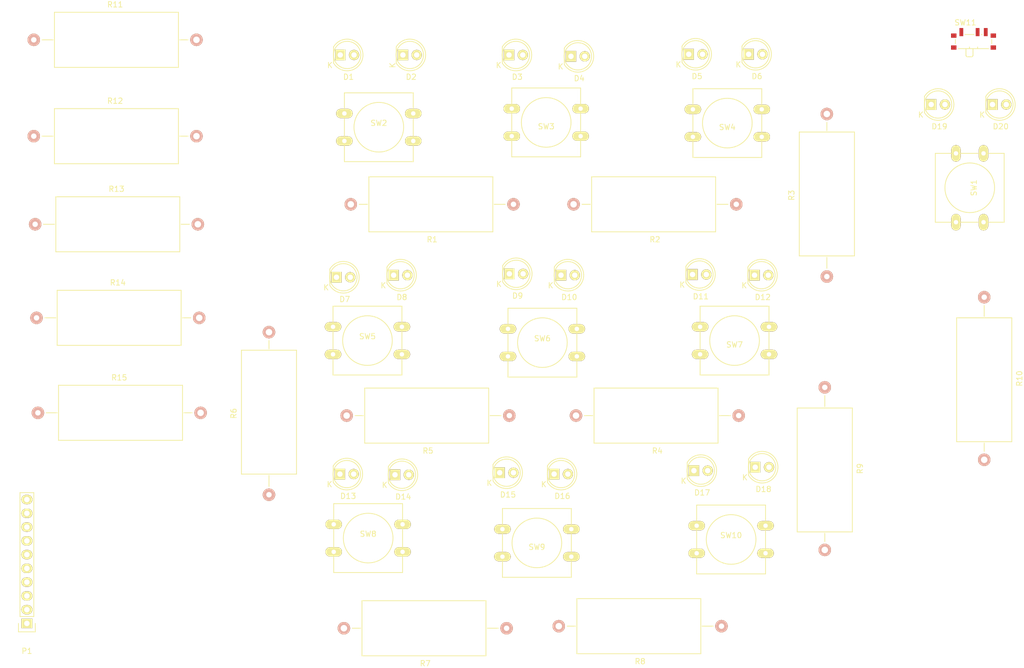
<source format=kicad_pcb>
(kicad_pcb (version 4) (host pcbnew 4.0.3-stable)

  (general
    (links 88)
    (no_connects 88)
    (area 15.032667 14.62314 204.17086 138.25786)
    (thickness 1.6)
    (drawings 0)
    (tracks 0)
    (zones 0)
    (modules 47)
    (nets 36)
  )

  (page A4)
  (layers
    (0 F.Cu signal)
    (31 B.Cu signal)
    (32 B.Adhes user)
    (33 F.Adhes user)
    (34 B.Paste user)
    (35 F.Paste user)
    (36 B.SilkS user)
    (37 F.SilkS user)
    (38 B.Mask user)
    (39 F.Mask user)
    (40 Dwgs.User user)
    (41 Cmts.User user)
    (42 Eco1.User user)
    (43 Eco2.User user)
    (44 Edge.Cuts user)
    (45 Margin user)
    (46 B.CrtYd user)
    (47 F.CrtYd user)
    (48 B.Fab user)
    (49 F.Fab user)
  )

  (setup
    (last_trace_width 0.25)
    (trace_clearance 0.2)
    (zone_clearance 0.508)
    (zone_45_only no)
    (trace_min 0.2)
    (segment_width 0.2)
    (edge_width 0.15)
    (via_size 0.6)
    (via_drill 0.4)
    (via_min_size 0.4)
    (via_min_drill 0.3)
    (uvia_size 0.3)
    (uvia_drill 0.1)
    (uvias_allowed no)
    (uvia_min_size 0.2)
    (uvia_min_drill 0.1)
    (pcb_text_width 0.3)
    (pcb_text_size 1.5 1.5)
    (mod_edge_width 0.15)
    (mod_text_size 1 1)
    (mod_text_width 0.15)
    (pad_size 1.524 1.524)
    (pad_drill 0.762)
    (pad_to_mask_clearance 0.2)
    (aux_axis_origin 0 0)
    (visible_elements FFFFFF7F)
    (pcbplotparams
      (layerselection 0x00030_80000001)
      (usegerberextensions false)
      (excludeedgelayer true)
      (linewidth 0.100000)
      (plotframeref false)
      (viasonmask false)
      (mode 1)
      (useauxorigin false)
      (hpglpennumber 1)
      (hpglpenspeed 20)
      (hpglpendiameter 15)
      (hpglpenoverlay 2)
      (psnegative false)
      (psa4output false)
      (plotreference true)
      (plotvalue true)
      (plotinvisibletext false)
      (padsonsilk false)
      (subtractmaskfromsilk false)
      (outputformat 1)
      (mirror false)
      (drillshape 1)
      (scaleselection 1)
      (outputdirectory ""))
  )

  (net 0 "")
  (net 1 "Net-(D1-Pad1)")
  (net 2 "Net-(D1-Pad2)")
  (net 3 "Net-(D10-Pad1)")
  (net 4 "Net-(D11-Pad2)")
  (net 5 "Net-(D13-Pad2)")
  (net 6 "Net-(P1-Pad1)")
  (net 7 "Net-(P1-Pad2)")
  (net 8 "Net-(P1-Pad3)")
  (net 9 "Net-(P1-Pad4)")
  (net 10 "Net-(P1-Pad5)")
  (net 11 "Net-(P1-Pad6)")
  (net 12 "Net-(P1-Pad7)")
  (net 13 "Net-(P1-Pad8)")
  (net 14 "Net-(P1-Pad9)")
  (net 15 "Net-(P1-Pad10)")
  (net 16 "Net-(R1-Pad1)")
  (net 17 "Net-(R1-Pad2)")
  (net 18 "Net-(R2-Pad1)")
  (net 19 "Net-(R2-Pad2)")
  (net 20 "Net-(R3-Pad1)")
  (net 21 "Net-(R3-Pad2)")
  (net 22 "Net-(R4-Pad1)")
  (net 23 "Net-(R4-Pad2)")
  (net 24 "Net-(R5-Pad1)")
  (net 25 "Net-(R5-Pad2)")
  (net 26 "Net-(R6-Pad1)")
  (net 27 "Net-(R6-Pad2)")
  (net 28 "Net-(R7-Pad1)")
  (net 29 "Net-(R7-Pad2)")
  (net 30 "Net-(R8-Pad1)")
  (net 31 "Net-(R8-Pad2)")
  (net 32 "Net-(R9-Pad1)")
  (net 33 "Net-(R9-Pad2)")
  (net 34 "Net-(R10-Pad1)")
  (net 35 "Net-(SW11-Pad3)")

  (net_class Default "This is the default net class."
    (clearance 0.2)
    (trace_width 0.25)
    (via_dia 0.6)
    (via_drill 0.4)
    (uvia_dia 0.3)
    (uvia_drill 0.1)
    (add_net "Net-(D1-Pad1)")
    (add_net "Net-(D1-Pad2)")
    (add_net "Net-(D10-Pad1)")
    (add_net "Net-(D11-Pad2)")
    (add_net "Net-(D13-Pad2)")
    (add_net "Net-(P1-Pad1)")
    (add_net "Net-(P1-Pad10)")
    (add_net "Net-(P1-Pad2)")
    (add_net "Net-(P1-Pad3)")
    (add_net "Net-(P1-Pad4)")
    (add_net "Net-(P1-Pad5)")
    (add_net "Net-(P1-Pad6)")
    (add_net "Net-(P1-Pad7)")
    (add_net "Net-(P1-Pad8)")
    (add_net "Net-(P1-Pad9)")
    (add_net "Net-(R1-Pad1)")
    (add_net "Net-(R1-Pad2)")
    (add_net "Net-(R10-Pad1)")
    (add_net "Net-(R2-Pad1)")
    (add_net "Net-(R2-Pad2)")
    (add_net "Net-(R3-Pad1)")
    (add_net "Net-(R3-Pad2)")
    (add_net "Net-(R4-Pad1)")
    (add_net "Net-(R4-Pad2)")
    (add_net "Net-(R5-Pad1)")
    (add_net "Net-(R5-Pad2)")
    (add_net "Net-(R6-Pad1)")
    (add_net "Net-(R6-Pad2)")
    (add_net "Net-(R7-Pad1)")
    (add_net "Net-(R7-Pad2)")
    (add_net "Net-(R8-Pad1)")
    (add_net "Net-(R8-Pad2)")
    (add_net "Net-(R9-Pad1)")
    (add_net "Net-(R9-Pad2)")
    (add_net "Net-(SW11-Pad3)")
  )

  (module LEDs:LED-5MM (layer F.Cu) (tedit 5570F7EA) (tstamp 57B11351)
    (at 77.851 24.892)
    (descr "LED 5mm round vertical")
    (tags "LED 5mm round vertical")
    (path /57AF4631)
    (fp_text reference D1 (at 1.524 4.064) (layer F.SilkS)
      (effects (font (size 1 1) (thickness 0.15)))
    )
    (fp_text value LED (at 1.524 -3.937) (layer F.Fab)
      (effects (font (size 1 1) (thickness 0.15)))
    )
    (fp_line (start -1.5 -1.55) (end -1.5 1.55) (layer F.CrtYd) (width 0.05))
    (fp_arc (start 1.3 0) (end -1.5 1.55) (angle -302) (layer F.CrtYd) (width 0.05))
    (fp_arc (start 1.27 0) (end -1.23 -1.5) (angle 297.5) (layer F.SilkS) (width 0.15))
    (fp_line (start -1.23 1.5) (end -1.23 -1.5) (layer F.SilkS) (width 0.15))
    (fp_circle (center 1.27 0) (end 0.97 -2.5) (layer F.SilkS) (width 0.15))
    (fp_text user K (at -1.905 1.905) (layer F.SilkS)
      (effects (font (size 1 1) (thickness 0.15)))
    )
    (pad 1 thru_hole rect (at 0 0 90) (size 2 1.9) (drill 1.00076) (layers *.Cu *.Mask F.SilkS)
      (net 1 "Net-(D1-Pad1)"))
    (pad 2 thru_hole circle (at 2.54 0) (size 1.9 1.9) (drill 1.00076) (layers *.Cu *.Mask F.SilkS)
      (net 2 "Net-(D1-Pad2)"))
    (model LEDs.3dshapes/LED-5MM.wrl
      (at (xyz 0.05 0 0))
      (scale (xyz 1 1 1))
      (rotate (xyz 0 0 90))
    )
  )

  (module LEDs:LED-5MM (layer F.Cu) (tedit 57B115E0) (tstamp 57B1135D)
    (at 89.408 24.892)
    (descr "LED 5mm round vertical")
    (tags "LED 5mm round vertical")
    (path /57AF43AD)
    (fp_text reference D2 (at 1.524 4.064) (layer F.SilkS)
      (effects (font (size 1 1) (thickness 0.15)))
    )
    (fp_text value LED (at 1.524 -3.937) (layer F.Fab)
      (effects (font (size 1 1) (thickness 0.15)))
    )
    (fp_line (start -1.5 -1.55) (end -1.5 1.55) (layer F.CrtYd) (width 0.05))
    (fp_arc (start 1.3 0) (end -1.5 1.55) (angle -302) (layer F.CrtYd) (width 0.05))
    (fp_arc (start 1.27 0) (end -1.23 -1.5) (angle 297.5) (layer F.SilkS) (width 0.15))
    (fp_line (start -1.23 1.5) (end -1.23 -1.5) (layer F.SilkS) (width 0.15))
    (fp_circle (center 1.27 0) (end 0.97 -2.5) (layer F.SilkS) (width 0.15))
    (fp_text user K (at -1.905 1.905 90) (layer F.SilkS)
      (effects (font (size 1 1) (thickness 0.15)))
    )
    (pad 1 thru_hole rect (at 0 0 90) (size 2 1.9) (drill 1.00076) (layers *.Cu *.Mask F.SilkS)
      (net 2 "Net-(D1-Pad2)"))
    (pad 2 thru_hole circle (at 2.54 0) (size 1.9 1.9) (drill 1.00076) (layers *.Cu *.Mask F.SilkS)
      (net 1 "Net-(D1-Pad1)"))
    (model LEDs.3dshapes/LED-5MM.wrl
      (at (xyz 0.05 0 0))
      (scale (xyz 1 1 1))
      (rotate (xyz 0 0 90))
    )
  )

  (module LEDs:LED-5MM (layer F.Cu) (tedit 5570F7EA) (tstamp 57B11369)
    (at 108.966 24.892)
    (descr "LED 5mm round vertical")
    (tags "LED 5mm round vertical")
    (path /57AF4761)
    (fp_text reference D3 (at 1.524 4.064) (layer F.SilkS)
      (effects (font (size 1 1) (thickness 0.15)))
    )
    (fp_text value LED (at 1.524 -3.937) (layer F.Fab)
      (effects (font (size 1 1) (thickness 0.15)))
    )
    (fp_line (start -1.5 -1.55) (end -1.5 1.55) (layer F.CrtYd) (width 0.05))
    (fp_arc (start 1.3 0) (end -1.5 1.55) (angle -302) (layer F.CrtYd) (width 0.05))
    (fp_arc (start 1.27 0) (end -1.23 -1.5) (angle 297.5) (layer F.SilkS) (width 0.15))
    (fp_line (start -1.23 1.5) (end -1.23 -1.5) (layer F.SilkS) (width 0.15))
    (fp_circle (center 1.27 0) (end 0.97 -2.5) (layer F.SilkS) (width 0.15))
    (fp_text user K (at -1.905 1.905) (layer F.SilkS)
      (effects (font (size 1 1) (thickness 0.15)))
    )
    (pad 1 thru_hole rect (at 0 0 90) (size 2 1.9) (drill 1.00076) (layers *.Cu *.Mask F.SilkS)
      (net 2 "Net-(D1-Pad2)"))
    (pad 2 thru_hole circle (at 2.54 0) (size 1.9 1.9) (drill 1.00076) (layers *.Cu *.Mask F.SilkS)
      (net 3 "Net-(D10-Pad1)"))
    (model LEDs.3dshapes/LED-5MM.wrl
      (at (xyz 0.05 0 0))
      (scale (xyz 1 1 1))
      (rotate (xyz 0 0 90))
    )
  )

  (module LEDs:LED-5MM (layer F.Cu) (tedit 5570F7EA) (tstamp 57B11375)
    (at 120.396 25.146)
    (descr "LED 5mm round vertical")
    (tags "LED 5mm round vertical")
    (path /57AF44A1)
    (fp_text reference D4 (at 1.524 4.064) (layer F.SilkS)
      (effects (font (size 1 1) (thickness 0.15)))
    )
    (fp_text value LED (at 1.524 -3.937) (layer F.Fab)
      (effects (font (size 1 1) (thickness 0.15)))
    )
    (fp_line (start -1.5 -1.55) (end -1.5 1.55) (layer F.CrtYd) (width 0.05))
    (fp_arc (start 1.3 0) (end -1.5 1.55) (angle -302) (layer F.CrtYd) (width 0.05))
    (fp_arc (start 1.27 0) (end -1.23 -1.5) (angle 297.5) (layer F.SilkS) (width 0.15))
    (fp_line (start -1.23 1.5) (end -1.23 -1.5) (layer F.SilkS) (width 0.15))
    (fp_circle (center 1.27 0) (end 0.97 -2.5) (layer F.SilkS) (width 0.15))
    (fp_text user K (at -1.905 1.905) (layer F.SilkS)
      (effects (font (size 1 1) (thickness 0.15)))
    )
    (pad 1 thru_hole rect (at 0 0 90) (size 2 1.9) (drill 1.00076) (layers *.Cu *.Mask F.SilkS)
      (net 3 "Net-(D10-Pad1)"))
    (pad 2 thru_hole circle (at 2.54 0) (size 1.9 1.9) (drill 1.00076) (layers *.Cu *.Mask F.SilkS)
      (net 2 "Net-(D1-Pad2)"))
    (model LEDs.3dshapes/LED-5MM.wrl
      (at (xyz 0.05 0 0))
      (scale (xyz 1 1 1))
      (rotate (xyz 0 0 90))
    )
  )

  (module LEDs:LED-5MM (layer F.Cu) (tedit 5570F7EA) (tstamp 57B11381)
    (at 142.113 24.765)
    (descr "LED 5mm round vertical")
    (tags "LED 5mm round vertical")
    (path /57AF45A7)
    (fp_text reference D5 (at 1.524 4.064) (layer F.SilkS)
      (effects (font (size 1 1) (thickness 0.15)))
    )
    (fp_text value LED (at 1.524 -3.937) (layer F.Fab)
      (effects (font (size 1 1) (thickness 0.15)))
    )
    (fp_line (start -1.5 -1.55) (end -1.5 1.55) (layer F.CrtYd) (width 0.05))
    (fp_arc (start 1.3 0) (end -1.5 1.55) (angle -302) (layer F.CrtYd) (width 0.05))
    (fp_arc (start 1.27 0) (end -1.23 -1.5) (angle 297.5) (layer F.SilkS) (width 0.15))
    (fp_line (start -1.23 1.5) (end -1.23 -1.5) (layer F.SilkS) (width 0.15))
    (fp_circle (center 1.27 0) (end 0.97 -2.5) (layer F.SilkS) (width 0.15))
    (fp_text user K (at -1.905 1.905) (layer F.SilkS)
      (effects (font (size 1 1) (thickness 0.15)))
    )
    (pad 1 thru_hole rect (at 0 0 90) (size 2 1.9) (drill 1.00076) (layers *.Cu *.Mask F.SilkS)
      (net 3 "Net-(D10-Pad1)"))
    (pad 2 thru_hole circle (at 2.54 0) (size 1.9 1.9) (drill 1.00076) (layers *.Cu *.Mask F.SilkS)
      (net 4 "Net-(D11-Pad2)"))
    (model LEDs.3dshapes/LED-5MM.wrl
      (at (xyz 0.05 0 0))
      (scale (xyz 1 1 1))
      (rotate (xyz 0 0 90))
    )
  )

  (module LEDs:LED-5MM (layer F.Cu) (tedit 5570F7EA) (tstamp 57B1138D)
    (at 153.162 24.765)
    (descr "LED 5mm round vertical")
    (tags "LED 5mm round vertical")
    (path /57AF456C)
    (fp_text reference D6 (at 1.524 4.064) (layer F.SilkS)
      (effects (font (size 1 1) (thickness 0.15)))
    )
    (fp_text value LED (at 1.524 -3.937) (layer F.Fab)
      (effects (font (size 1 1) (thickness 0.15)))
    )
    (fp_line (start -1.5 -1.55) (end -1.5 1.55) (layer F.CrtYd) (width 0.05))
    (fp_arc (start 1.3 0) (end -1.5 1.55) (angle -302) (layer F.CrtYd) (width 0.05))
    (fp_arc (start 1.27 0) (end -1.23 -1.5) (angle 297.5) (layer F.SilkS) (width 0.15))
    (fp_line (start -1.23 1.5) (end -1.23 -1.5) (layer F.SilkS) (width 0.15))
    (fp_circle (center 1.27 0) (end 0.97 -2.5) (layer F.SilkS) (width 0.15))
    (fp_text user K (at -1.905 1.905) (layer F.SilkS)
      (effects (font (size 1 1) (thickness 0.15)))
    )
    (pad 1 thru_hole rect (at 0 0 90) (size 2 1.9) (drill 1.00076) (layers *.Cu *.Mask F.SilkS)
      (net 4 "Net-(D11-Pad2)"))
    (pad 2 thru_hole circle (at 2.54 0) (size 1.9 1.9) (drill 1.00076) (layers *.Cu *.Mask F.SilkS)
      (net 3 "Net-(D10-Pad1)"))
    (model LEDs.3dshapes/LED-5MM.wrl
      (at (xyz 0.05 0 0))
      (scale (xyz 1 1 1))
      (rotate (xyz 0 0 90))
    )
  )

  (module LEDs:LED-5MM (layer F.Cu) (tedit 5570F7EA) (tstamp 57B11399)
    (at 77.1525 65.913)
    (descr "LED 5mm round vertical")
    (tags "LED 5mm round vertical")
    (path /57AF468A)
    (fp_text reference D7 (at 1.524 4.064) (layer F.SilkS)
      (effects (font (size 1 1) (thickness 0.15)))
    )
    (fp_text value LED (at 1.524 -3.937) (layer F.Fab)
      (effects (font (size 1 1) (thickness 0.15)))
    )
    (fp_line (start -1.5 -1.55) (end -1.5 1.55) (layer F.CrtYd) (width 0.05))
    (fp_arc (start 1.3 0) (end -1.5 1.55) (angle -302) (layer F.CrtYd) (width 0.05))
    (fp_arc (start 1.27 0) (end -1.23 -1.5) (angle 297.5) (layer F.SilkS) (width 0.15))
    (fp_line (start -1.23 1.5) (end -1.23 -1.5) (layer F.SilkS) (width 0.15))
    (fp_circle (center 1.27 0) (end 0.97 -2.5) (layer F.SilkS) (width 0.15))
    (fp_text user K (at -1.905 1.905) (layer F.SilkS)
      (effects (font (size 1 1) (thickness 0.15)))
    )
    (pad 1 thru_hole rect (at 0 0 90) (size 2 1.9) (drill 1.00076) (layers *.Cu *.Mask F.SilkS)
      (net 4 "Net-(D11-Pad2)"))
    (pad 2 thru_hole circle (at 2.54 0) (size 1.9 1.9) (drill 1.00076) (layers *.Cu *.Mask F.SilkS)
      (net 5 "Net-(D13-Pad2)"))
    (model LEDs.3dshapes/LED-5MM.wrl
      (at (xyz 0.05 0 0))
      (scale (xyz 1 1 1))
      (rotate (xyz 0 0 90))
    )
  )

  (module LEDs:LED-5MM (layer F.Cu) (tedit 5570F7EA) (tstamp 57B113A5)
    (at 87.6935 65.532)
    (descr "LED 5mm round vertical")
    (tags "LED 5mm round vertical")
    (path /57AF641C)
    (fp_text reference D8 (at 1.524 4.064) (layer F.SilkS)
      (effects (font (size 1 1) (thickness 0.15)))
    )
    (fp_text value LED (at 1.524 -3.937) (layer F.Fab)
      (effects (font (size 1 1) (thickness 0.15)))
    )
    (fp_line (start -1.5 -1.55) (end -1.5 1.55) (layer F.CrtYd) (width 0.05))
    (fp_arc (start 1.3 0) (end -1.5 1.55) (angle -302) (layer F.CrtYd) (width 0.05))
    (fp_arc (start 1.27 0) (end -1.23 -1.5) (angle 297.5) (layer F.SilkS) (width 0.15))
    (fp_line (start -1.23 1.5) (end -1.23 -1.5) (layer F.SilkS) (width 0.15))
    (fp_circle (center 1.27 0) (end 0.97 -2.5) (layer F.SilkS) (width 0.15))
    (fp_text user K (at -1.905 1.905) (layer F.SilkS)
      (effects (font (size 1 1) (thickness 0.15)))
    )
    (pad 1 thru_hole rect (at 0 0 90) (size 2 1.9) (drill 1.00076) (layers *.Cu *.Mask F.SilkS)
      (net 5 "Net-(D13-Pad2)"))
    (pad 2 thru_hole circle (at 2.54 0) (size 1.9 1.9) (drill 1.00076) (layers *.Cu *.Mask F.SilkS)
      (net 4 "Net-(D11-Pad2)"))
    (model LEDs.3dshapes/LED-5MM.wrl
      (at (xyz 0.05 0 0))
      (scale (xyz 1 1 1))
      (rotate (xyz 0 0 90))
    )
  )

  (module LEDs:LED-5MM (layer F.Cu) (tedit 5570F7EA) (tstamp 57B113B1)
    (at 109.0295 65.278)
    (descr "LED 5mm round vertical")
    (tags "LED 5mm round vertical")
    (path /57AF472E)
    (fp_text reference D9 (at 1.524 4.064) (layer F.SilkS)
      (effects (font (size 1 1) (thickness 0.15)))
    )
    (fp_text value LED (at 1.524 -3.937) (layer F.Fab)
      (effects (font (size 1 1) (thickness 0.15)))
    )
    (fp_line (start -1.5 -1.55) (end -1.5 1.55) (layer F.CrtYd) (width 0.05))
    (fp_arc (start 1.3 0) (end -1.5 1.55) (angle -302) (layer F.CrtYd) (width 0.05))
    (fp_arc (start 1.27 0) (end -1.23 -1.5) (angle 297.5) (layer F.SilkS) (width 0.15))
    (fp_line (start -1.23 1.5) (end -1.23 -1.5) (layer F.SilkS) (width 0.15))
    (fp_circle (center 1.27 0) (end 0.97 -2.5) (layer F.SilkS) (width 0.15))
    (fp_text user K (at -1.905 1.905) (layer F.SilkS)
      (effects (font (size 1 1) (thickness 0.15)))
    )
    (pad 1 thru_hole rect (at 0 0 90) (size 2 1.9) (drill 1.00076) (layers *.Cu *.Mask F.SilkS)
      (net 1 "Net-(D1-Pad1)"))
    (pad 2 thru_hole circle (at 2.54 0) (size 1.9 1.9) (drill 1.00076) (layers *.Cu *.Mask F.SilkS)
      (net 3 "Net-(D10-Pad1)"))
    (model LEDs.3dshapes/LED-5MM.wrl
      (at (xyz 0.05 0 0))
      (scale (xyz 1 1 1))
      (rotate (xyz 0 0 90))
    )
  )

  (module LEDs:LED-5MM (layer F.Cu) (tedit 5570F7EA) (tstamp 57B113BD)
    (at 118.5545 65.532)
    (descr "LED 5mm round vertical")
    (tags "LED 5mm round vertical")
    (path /57AF46FB)
    (fp_text reference D10 (at 1.524 4.064) (layer F.SilkS)
      (effects (font (size 1 1) (thickness 0.15)))
    )
    (fp_text value LED (at 1.524 -3.937) (layer F.Fab)
      (effects (font (size 1 1) (thickness 0.15)))
    )
    (fp_line (start -1.5 -1.55) (end -1.5 1.55) (layer F.CrtYd) (width 0.05))
    (fp_arc (start 1.3 0) (end -1.5 1.55) (angle -302) (layer F.CrtYd) (width 0.05))
    (fp_arc (start 1.27 0) (end -1.23 -1.5) (angle 297.5) (layer F.SilkS) (width 0.15))
    (fp_line (start -1.23 1.5) (end -1.23 -1.5) (layer F.SilkS) (width 0.15))
    (fp_circle (center 1.27 0) (end 0.97 -2.5) (layer F.SilkS) (width 0.15))
    (fp_text user K (at -1.905 1.905) (layer F.SilkS)
      (effects (font (size 1 1) (thickness 0.15)))
    )
    (pad 1 thru_hole rect (at 0 0 90) (size 2 1.9) (drill 1.00076) (layers *.Cu *.Mask F.SilkS)
      (net 3 "Net-(D10-Pad1)"))
    (pad 2 thru_hole circle (at 2.54 0) (size 1.9 1.9) (drill 1.00076) (layers *.Cu *.Mask F.SilkS)
      (net 1 "Net-(D1-Pad1)"))
    (model LEDs.3dshapes/LED-5MM.wrl
      (at (xyz 0.05 0 0))
      (scale (xyz 1 1 1))
      (rotate (xyz 0 0 90))
    )
  )

  (module LEDs:LED-5MM (layer F.Cu) (tedit 5570F7EA) (tstamp 57B113C9)
    (at 142.8115 65.405)
    (descr "LED 5mm round vertical")
    (tags "LED 5mm round vertical")
    (path /57AF44D3)
    (fp_text reference D11 (at 1.524 4.064) (layer F.SilkS)
      (effects (font (size 1 1) (thickness 0.15)))
    )
    (fp_text value LED (at 1.524 -3.937) (layer F.Fab)
      (effects (font (size 1 1) (thickness 0.15)))
    )
    (fp_line (start -1.5 -1.55) (end -1.5 1.55) (layer F.CrtYd) (width 0.05))
    (fp_arc (start 1.3 0) (end -1.5 1.55) (angle -302) (layer F.CrtYd) (width 0.05))
    (fp_arc (start 1.27 0) (end -1.23 -1.5) (angle 297.5) (layer F.SilkS) (width 0.15))
    (fp_line (start -1.23 1.5) (end -1.23 -1.5) (layer F.SilkS) (width 0.15))
    (fp_circle (center 1.27 0) (end 0.97 -2.5) (layer F.SilkS) (width 0.15))
    (fp_text user K (at -1.905 1.905) (layer F.SilkS)
      (effects (font (size 1 1) (thickness 0.15)))
    )
    (pad 1 thru_hole rect (at 0 0 90) (size 2 1.9) (drill 1.00076) (layers *.Cu *.Mask F.SilkS)
      (net 2 "Net-(D1-Pad2)"))
    (pad 2 thru_hole circle (at 2.54 0) (size 1.9 1.9) (drill 1.00076) (layers *.Cu *.Mask F.SilkS)
      (net 4 "Net-(D11-Pad2)"))
    (model LEDs.3dshapes/LED-5MM.wrl
      (at (xyz 0.05 0 0))
      (scale (xyz 1 1 1))
      (rotate (xyz 0 0 90))
    )
  )

  (module LEDs:LED-5MM (layer F.Cu) (tedit 5570F7EA) (tstamp 57B113D5)
    (at 154.2415 65.532)
    (descr "LED 5mm round vertical")
    (tags "LED 5mm round vertical")
    (path /57AF4454)
    (fp_text reference D12 (at 1.524 4.064) (layer F.SilkS)
      (effects (font (size 1 1) (thickness 0.15)))
    )
    (fp_text value LED (at 1.524 -3.937) (layer F.Fab)
      (effects (font (size 1 1) (thickness 0.15)))
    )
    (fp_line (start -1.5 -1.55) (end -1.5 1.55) (layer F.CrtYd) (width 0.05))
    (fp_arc (start 1.3 0) (end -1.5 1.55) (angle -302) (layer F.CrtYd) (width 0.05))
    (fp_arc (start 1.27 0) (end -1.23 -1.5) (angle 297.5) (layer F.SilkS) (width 0.15))
    (fp_line (start -1.23 1.5) (end -1.23 -1.5) (layer F.SilkS) (width 0.15))
    (fp_circle (center 1.27 0) (end 0.97 -2.5) (layer F.SilkS) (width 0.15))
    (fp_text user K (at -1.905 1.905) (layer F.SilkS)
      (effects (font (size 1 1) (thickness 0.15)))
    )
    (pad 1 thru_hole rect (at 0 0 90) (size 2 1.9) (drill 1.00076) (layers *.Cu *.Mask F.SilkS)
      (net 4 "Net-(D11-Pad2)"))
    (pad 2 thru_hole circle (at 2.54 0) (size 1.9 1.9) (drill 1.00076) (layers *.Cu *.Mask F.SilkS)
      (net 2 "Net-(D1-Pad2)"))
    (model LEDs.3dshapes/LED-5MM.wrl
      (at (xyz 0.05 0 0))
      (scale (xyz 1 1 1))
      (rotate (xyz 0 0 90))
    )
  )

  (module LEDs:LED-5MM (layer F.Cu) (tedit 5570F7EA) (tstamp 57B113E1)
    (at 77.7875 102.235)
    (descr "LED 5mm round vertical")
    (tags "LED 5mm round vertical")
    (path /57AF46C3)
    (fp_text reference D13 (at 1.524 4.064) (layer F.SilkS)
      (effects (font (size 1 1) (thickness 0.15)))
    )
    (fp_text value LED (at 1.524 -3.937) (layer F.Fab)
      (effects (font (size 1 1) (thickness 0.15)))
    )
    (fp_line (start -1.5 -1.55) (end -1.5 1.55) (layer F.CrtYd) (width 0.05))
    (fp_arc (start 1.3 0) (end -1.5 1.55) (angle -302) (layer F.CrtYd) (width 0.05))
    (fp_arc (start 1.27 0) (end -1.23 -1.5) (angle 297.5) (layer F.SilkS) (width 0.15))
    (fp_line (start -1.23 1.5) (end -1.23 -1.5) (layer F.SilkS) (width 0.15))
    (fp_circle (center 1.27 0) (end 0.97 -2.5) (layer F.SilkS) (width 0.15))
    (fp_text user K (at -1.905 1.905) (layer F.SilkS)
      (effects (font (size 1 1) (thickness 0.15)))
    )
    (pad 1 thru_hole rect (at 0 0 90) (size 2 1.9) (drill 1.00076) (layers *.Cu *.Mask F.SilkS)
      (net 3 "Net-(D10-Pad1)"))
    (pad 2 thru_hole circle (at 2.54 0) (size 1.9 1.9) (drill 1.00076) (layers *.Cu *.Mask F.SilkS)
      (net 5 "Net-(D13-Pad2)"))
    (model LEDs.3dshapes/LED-5MM.wrl
      (at (xyz 0.05 0 0))
      (scale (xyz 1 1 1))
      (rotate (xyz 0 0 90))
    )
  )

  (module LEDs:LED-5MM (layer F.Cu) (tedit 5570F7EA) (tstamp 57B113ED)
    (at 87.9475 102.362)
    (descr "LED 5mm round vertical")
    (tags "LED 5mm round vertical")
    (path /57AF6346)
    (fp_text reference D14 (at 1.524 4.064) (layer F.SilkS)
      (effects (font (size 1 1) (thickness 0.15)))
    )
    (fp_text value LED (at 1.524 -3.937) (layer F.Fab)
      (effects (font (size 1 1) (thickness 0.15)))
    )
    (fp_line (start -1.5 -1.55) (end -1.5 1.55) (layer F.CrtYd) (width 0.05))
    (fp_arc (start 1.3 0) (end -1.5 1.55) (angle -302) (layer F.CrtYd) (width 0.05))
    (fp_arc (start 1.27 0) (end -1.23 -1.5) (angle 297.5) (layer F.SilkS) (width 0.15))
    (fp_line (start -1.23 1.5) (end -1.23 -1.5) (layer F.SilkS) (width 0.15))
    (fp_circle (center 1.27 0) (end 0.97 -2.5) (layer F.SilkS) (width 0.15))
    (fp_text user K (at -1.905 1.905) (layer F.SilkS)
      (effects (font (size 1 1) (thickness 0.15)))
    )
    (pad 1 thru_hole rect (at 0 0 90) (size 2 1.9) (drill 1.00076) (layers *.Cu *.Mask F.SilkS)
      (net 5 "Net-(D13-Pad2)"))
    (pad 2 thru_hole circle (at 2.54 0) (size 1.9 1.9) (drill 1.00076) (layers *.Cu *.Mask F.SilkS)
      (net 3 "Net-(D10-Pad1)"))
    (model LEDs.3dshapes/LED-5MM.wrl
      (at (xyz 0.05 0 0))
      (scale (xyz 1 1 1))
      (rotate (xyz 0 0 90))
    )
  )

  (module LEDs:LED-5MM (layer F.Cu) (tedit 5570F7EA) (tstamp 57B113F9)
    (at 107.2515 101.981)
    (descr "LED 5mm round vertical")
    (tags "LED 5mm round vertical")
    (path /57AF45D0)
    (fp_text reference D15 (at 1.524 4.064) (layer F.SilkS)
      (effects (font (size 1 1) (thickness 0.15)))
    )
    (fp_text value LED (at 1.524 -3.937) (layer F.Fab)
      (effects (font (size 1 1) (thickness 0.15)))
    )
    (fp_line (start -1.5 -1.55) (end -1.5 1.55) (layer F.CrtYd) (width 0.05))
    (fp_arc (start 1.3 0) (end -1.5 1.55) (angle -302) (layer F.CrtYd) (width 0.05))
    (fp_arc (start 1.27 0) (end -1.23 -1.5) (angle 297.5) (layer F.SilkS) (width 0.15))
    (fp_line (start -1.23 1.5) (end -1.23 -1.5) (layer F.SilkS) (width 0.15))
    (fp_circle (center 1.27 0) (end 0.97 -2.5) (layer F.SilkS) (width 0.15))
    (fp_text user K (at -1.905 1.905) (layer F.SilkS)
      (effects (font (size 1 1) (thickness 0.15)))
    )
    (pad 1 thru_hole rect (at 0 0 90) (size 2 1.9) (drill 1.00076) (layers *.Cu *.Mask F.SilkS)
      (net 1 "Net-(D1-Pad1)"))
    (pad 2 thru_hole circle (at 2.54 0) (size 1.9 1.9) (drill 1.00076) (layers *.Cu *.Mask F.SilkS)
      (net 4 "Net-(D11-Pad2)"))
    (model LEDs.3dshapes/LED-5MM.wrl
      (at (xyz 0.05 0 0))
      (scale (xyz 1 1 1))
      (rotate (xyz 0 0 90))
    )
  )

  (module LEDs:LED-5MM (layer F.Cu) (tedit 5570F7EA) (tstamp 57B11405)
    (at 117.2845 102.235)
    (descr "LED 5mm round vertical")
    (tags "LED 5mm round vertical")
    (path /57AF460A)
    (fp_text reference D16 (at 1.524 4.064) (layer F.SilkS)
      (effects (font (size 1 1) (thickness 0.15)))
    )
    (fp_text value LED (at 1.524 -3.937) (layer F.Fab)
      (effects (font (size 1 1) (thickness 0.15)))
    )
    (fp_line (start -1.5 -1.55) (end -1.5 1.55) (layer F.CrtYd) (width 0.05))
    (fp_arc (start 1.3 0) (end -1.5 1.55) (angle -302) (layer F.CrtYd) (width 0.05))
    (fp_arc (start 1.27 0) (end -1.23 -1.5) (angle 297.5) (layer F.SilkS) (width 0.15))
    (fp_line (start -1.23 1.5) (end -1.23 -1.5) (layer F.SilkS) (width 0.15))
    (fp_circle (center 1.27 0) (end 0.97 -2.5) (layer F.SilkS) (width 0.15))
    (fp_text user K (at -1.905 1.905) (layer F.SilkS)
      (effects (font (size 1 1) (thickness 0.15)))
    )
    (pad 1 thru_hole rect (at 0 0 90) (size 2 1.9) (drill 1.00076) (layers *.Cu *.Mask F.SilkS)
      (net 4 "Net-(D11-Pad2)"))
    (pad 2 thru_hole circle (at 2.54 0) (size 1.9 1.9) (drill 1.00076) (layers *.Cu *.Mask F.SilkS)
      (net 1 "Net-(D1-Pad1)"))
    (model LEDs.3dshapes/LED-5MM.wrl
      (at (xyz 0.05 0 0))
      (scale (xyz 1 1 1))
      (rotate (xyz 0 0 90))
    )
  )

  (module LEDs:LED-5MM (layer F.Cu) (tedit 5570F7EA) (tstamp 57B11411)
    (at 143.0655 101.6)
    (descr "LED 5mm round vertical")
    (tags "LED 5mm round vertical")
    (path /57AF47B0)
    (fp_text reference D17 (at 1.524 4.064) (layer F.SilkS)
      (effects (font (size 1 1) (thickness 0.15)))
    )
    (fp_text value LED (at 1.524 -3.937) (layer F.Fab)
      (effects (font (size 1 1) (thickness 0.15)))
    )
    (fp_line (start -1.5 -1.55) (end -1.5 1.55) (layer F.CrtYd) (width 0.05))
    (fp_arc (start 1.3 0) (end -1.5 1.55) (angle -302) (layer F.CrtYd) (width 0.05))
    (fp_arc (start 1.27 0) (end -1.23 -1.5) (angle 297.5) (layer F.SilkS) (width 0.15))
    (fp_line (start -1.23 1.5) (end -1.23 -1.5) (layer F.SilkS) (width 0.15))
    (fp_circle (center 1.27 0) (end 0.97 -2.5) (layer F.SilkS) (width 0.15))
    (fp_text user K (at -1.905 1.905) (layer F.SilkS)
      (effects (font (size 1 1) (thickness 0.15)))
    )
    (pad 1 thru_hole rect (at 0 0 90) (size 2 1.9) (drill 1.00076) (layers *.Cu *.Mask F.SilkS)
      (net 2 "Net-(D1-Pad2)"))
    (pad 2 thru_hole circle (at 2.54 0) (size 1.9 1.9) (drill 1.00076) (layers *.Cu *.Mask F.SilkS)
      (net 5 "Net-(D13-Pad2)"))
    (model LEDs.3dshapes/LED-5MM.wrl
      (at (xyz 0.05 0 0))
      (scale (xyz 1 1 1))
      (rotate (xyz 0 0 90))
    )
  )

  (module LEDs:LED-5MM (layer F.Cu) (tedit 5570F7EA) (tstamp 57B1141D)
    (at 154.3685 100.965)
    (descr "LED 5mm round vertical")
    (tags "LED 5mm round vertical")
    (path /57AF44FF)
    (fp_text reference D18 (at 1.524 4.064) (layer F.SilkS)
      (effects (font (size 1 1) (thickness 0.15)))
    )
    (fp_text value LED (at 1.524 -3.937) (layer F.Fab)
      (effects (font (size 1 1) (thickness 0.15)))
    )
    (fp_line (start -1.5 -1.55) (end -1.5 1.55) (layer F.CrtYd) (width 0.05))
    (fp_arc (start 1.3 0) (end -1.5 1.55) (angle -302) (layer F.CrtYd) (width 0.05))
    (fp_arc (start 1.27 0) (end -1.23 -1.5) (angle 297.5) (layer F.SilkS) (width 0.15))
    (fp_line (start -1.23 1.5) (end -1.23 -1.5) (layer F.SilkS) (width 0.15))
    (fp_circle (center 1.27 0) (end 0.97 -2.5) (layer F.SilkS) (width 0.15))
    (fp_text user K (at -1.905 1.905) (layer F.SilkS)
      (effects (font (size 1 1) (thickness 0.15)))
    )
    (pad 1 thru_hole rect (at 0 0 90) (size 2 1.9) (drill 1.00076) (layers *.Cu *.Mask F.SilkS)
      (net 5 "Net-(D13-Pad2)"))
    (pad 2 thru_hole circle (at 2.54 0) (size 1.9 1.9) (drill 1.00076) (layers *.Cu *.Mask F.SilkS)
      (net 2 "Net-(D1-Pad2)"))
    (model LEDs.3dshapes/LED-5MM.wrl
      (at (xyz 0.05 0 0))
      (scale (xyz 1 1 1))
      (rotate (xyz 0 0 90))
    )
  )

  (module LEDs:LED-5MM (layer F.Cu) (tedit 5570F7EA) (tstamp 57B11429)
    (at 186.817 34.036)
    (descr "LED 5mm round vertical")
    (tags "LED 5mm round vertical")
    (path /57AF465D)
    (fp_text reference D19 (at 1.524 4.064) (layer F.SilkS)
      (effects (font (size 1 1) (thickness 0.15)))
    )
    (fp_text value LED (at 1.524 -3.937) (layer F.Fab)
      (effects (font (size 1 1) (thickness 0.15)))
    )
    (fp_line (start -1.5 -1.55) (end -1.5 1.55) (layer F.CrtYd) (width 0.05))
    (fp_arc (start 1.3 0) (end -1.5 1.55) (angle -302) (layer F.CrtYd) (width 0.05))
    (fp_arc (start 1.27 0) (end -1.23 -1.5) (angle 297.5) (layer F.SilkS) (width 0.15))
    (fp_line (start -1.23 1.5) (end -1.23 -1.5) (layer F.SilkS) (width 0.15))
    (fp_circle (center 1.27 0) (end 0.97 -2.5) (layer F.SilkS) (width 0.15))
    (fp_text user K (at -1.905 1.905) (layer F.SilkS)
      (effects (font (size 1 1) (thickness 0.15)))
    )
    (pad 1 thru_hole rect (at 0 0 90) (size 2 1.9) (drill 1.00076) (layers *.Cu *.Mask F.SilkS)
      (net 1 "Net-(D1-Pad1)"))
    (pad 2 thru_hole circle (at 2.54 0) (size 1.9 1.9) (drill 1.00076) (layers *.Cu *.Mask F.SilkS)
      (net 5 "Net-(D13-Pad2)"))
    (model LEDs.3dshapes/LED-5MM.wrl
      (at (xyz 0.05 0 0))
      (scale (xyz 1 1 1))
      (rotate (xyz 0 0 90))
    )
  )

  (module LEDs:LED-5MM (layer F.Cu) (tedit 5570F7EA) (tstamp 57B11435)
    (at 198.12 34.036)
    (descr "LED 5mm round vertical")
    (tags "LED 5mm round vertical")
    (path /57AF47E9)
    (fp_text reference D20 (at 1.524 4.064) (layer F.SilkS)
      (effects (font (size 1 1) (thickness 0.15)))
    )
    (fp_text value LED (at 1.524 -3.937) (layer F.Fab)
      (effects (font (size 1 1) (thickness 0.15)))
    )
    (fp_line (start -1.5 -1.55) (end -1.5 1.55) (layer F.CrtYd) (width 0.05))
    (fp_arc (start 1.3 0) (end -1.5 1.55) (angle -302) (layer F.CrtYd) (width 0.05))
    (fp_arc (start 1.27 0) (end -1.23 -1.5) (angle 297.5) (layer F.SilkS) (width 0.15))
    (fp_line (start -1.23 1.5) (end -1.23 -1.5) (layer F.SilkS) (width 0.15))
    (fp_circle (center 1.27 0) (end 0.97 -2.5) (layer F.SilkS) (width 0.15))
    (fp_text user K (at -1.905 1.905) (layer F.SilkS)
      (effects (font (size 1 1) (thickness 0.15)))
    )
    (pad 1 thru_hole rect (at 0 0 90) (size 2 1.9) (drill 1.00076) (layers *.Cu *.Mask F.SilkS)
      (net 5 "Net-(D13-Pad2)"))
    (pad 2 thru_hole circle (at 2.54 0) (size 1.9 1.9) (drill 1.00076) (layers *.Cu *.Mask F.SilkS)
      (net 1 "Net-(D1-Pad1)"))
    (model LEDs.3dshapes/LED-5MM.wrl
      (at (xyz 0.05 0 0))
      (scale (xyz 1 1 1))
      (rotate (xyz 0 0 90))
    )
  )

  (module Pin_Headers:Pin_Header_Straight_1x10 (layer F.Cu) (tedit 0) (tstamp 57B1144E)
    (at 20.066 129.794 180)
    (descr "Through hole pin header")
    (tags "pin header")
    (path /57B04C3F)
    (fp_text reference P1 (at 0 -5.1 180) (layer F.SilkS)
      (effects (font (size 1 1) (thickness 0.15)))
    )
    (fp_text value CONN_01X10 (at 0 -3.1 180) (layer F.Fab)
      (effects (font (size 1 1) (thickness 0.15)))
    )
    (fp_line (start -1.75 -1.75) (end -1.75 24.65) (layer F.CrtYd) (width 0.05))
    (fp_line (start 1.75 -1.75) (end 1.75 24.65) (layer F.CrtYd) (width 0.05))
    (fp_line (start -1.75 -1.75) (end 1.75 -1.75) (layer F.CrtYd) (width 0.05))
    (fp_line (start -1.75 24.65) (end 1.75 24.65) (layer F.CrtYd) (width 0.05))
    (fp_line (start 1.27 1.27) (end 1.27 24.13) (layer F.SilkS) (width 0.15))
    (fp_line (start 1.27 24.13) (end -1.27 24.13) (layer F.SilkS) (width 0.15))
    (fp_line (start -1.27 24.13) (end -1.27 1.27) (layer F.SilkS) (width 0.15))
    (fp_line (start 1.55 -1.55) (end 1.55 0) (layer F.SilkS) (width 0.15))
    (fp_line (start 1.27 1.27) (end -1.27 1.27) (layer F.SilkS) (width 0.15))
    (fp_line (start -1.55 0) (end -1.55 -1.55) (layer F.SilkS) (width 0.15))
    (fp_line (start -1.55 -1.55) (end 1.55 -1.55) (layer F.SilkS) (width 0.15))
    (pad 1 thru_hole rect (at 0 0 180) (size 2.032 1.7272) (drill 1.016) (layers *.Cu *.Mask F.SilkS)
      (net 6 "Net-(P1-Pad1)"))
    (pad 2 thru_hole oval (at 0 2.54 180) (size 2.032 1.7272) (drill 1.016) (layers *.Cu *.Mask F.SilkS)
      (net 7 "Net-(P1-Pad2)"))
    (pad 3 thru_hole oval (at 0 5.08 180) (size 2.032 1.7272) (drill 1.016) (layers *.Cu *.Mask F.SilkS)
      (net 8 "Net-(P1-Pad3)"))
    (pad 4 thru_hole oval (at 0 7.62 180) (size 2.032 1.7272) (drill 1.016) (layers *.Cu *.Mask F.SilkS)
      (net 9 "Net-(P1-Pad4)"))
    (pad 5 thru_hole oval (at 0 10.16 180) (size 2.032 1.7272) (drill 1.016) (layers *.Cu *.Mask F.SilkS)
      (net 10 "Net-(P1-Pad5)"))
    (pad 6 thru_hole oval (at 0 12.7 180) (size 2.032 1.7272) (drill 1.016) (layers *.Cu *.Mask F.SilkS)
      (net 11 "Net-(P1-Pad6)"))
    (pad 7 thru_hole oval (at 0 15.24 180) (size 2.032 1.7272) (drill 1.016) (layers *.Cu *.Mask F.SilkS)
      (net 12 "Net-(P1-Pad7)"))
    (pad 8 thru_hole oval (at 0 17.78 180) (size 2.032 1.7272) (drill 1.016) (layers *.Cu *.Mask F.SilkS)
      (net 13 "Net-(P1-Pad8)"))
    (pad 9 thru_hole oval (at 0 20.32 180) (size 2.032 1.7272) (drill 1.016) (layers *.Cu *.Mask F.SilkS)
      (net 14 "Net-(P1-Pad9)"))
    (pad 10 thru_hole oval (at 0 22.86 180) (size 2.032 1.7272) (drill 1.016) (layers *.Cu *.Mask F.SilkS)
      (net 15 "Net-(P1-Pad10)"))
    (model Pin_Headers.3dshapes/Pin_Header_Straight_1x10.wrl
      (at (xyz 0 -0.45 0))
      (scale (xyz 1 1 1))
      (rotate (xyz 0 0 90))
    )
  )

  (module Resistors_ThroughHole:Resistor_Horizontal_RM30mm (layer F.Cu) (tedit 56648AAE) (tstamp 57B1145E)
    (at 109.7915 52.451 180)
    (descr "Resistor, Axial, RM 30mm,")
    (tags "Resistor Axial RM 30mm")
    (path /57AF5E98)
    (fp_text reference R1 (at 15 -6.49986 180) (layer F.SilkS)
      (effects (font (size 1 1) (thickness 0.15)))
    )
    (fp_text value 100R (at 15 8.49884 180) (layer F.Fab)
      (effects (font (size 1 1) (thickness 0.15)))
    )
    (fp_line (start -1.4 5.35) (end -1.4 -5.35) (layer F.CrtYd) (width 0.05))
    (fp_line (start -1.4 -5.35) (end 31.4 -5.35) (layer F.CrtYd) (width 0.05))
    (fp_line (start 31.4 -5.35) (end 31.4 5.35) (layer F.CrtYd) (width 0.05))
    (fp_line (start 31.4 5.35) (end -1.4 5.35) (layer F.CrtYd) (width 0.05))
    (fp_line (start 3.55476 0) (end 1.52276 0) (layer F.SilkS) (width 0.15))
    (fp_line (start 26.92276 0) (end 28.44676 0) (layer F.SilkS) (width 0.15))
    (fp_line (start 3.80876 -5.08) (end 26.66876 -5.08) (layer F.SilkS) (width 0.15))
    (fp_line (start 26.66876 -5.08) (end 26.66876 5.08) (layer F.SilkS) (width 0.15))
    (fp_line (start 26.66876 5.08) (end 3.80876 5.08) (layer F.SilkS) (width 0.15))
    (fp_line (start 3.80876 5.08) (end 3.80876 -5.08) (layer F.SilkS) (width 0.15))
    (pad 1 thru_hole circle (at 0 0 180) (size 2.30124 2.30124) (drill 1.00076) (layers *.Cu *.SilkS *.Mask)
      (net 16 "Net-(R1-Pad1)"))
    (pad 2 thru_hole circle (at 30 0 180) (size 2.30124 2.30124) (drill 1.19888) (layers *.Cu *.SilkS *.Mask)
      (net 17 "Net-(R1-Pad2)"))
  )

  (module Resistors_ThroughHole:Resistor_Horizontal_RM30mm (layer F.Cu) (tedit 56648AAE) (tstamp 57B1146E)
    (at 150.876 52.451 180)
    (descr "Resistor, Axial, RM 30mm,")
    (tags "Resistor Axial RM 30mm")
    (path /57AF5F08)
    (fp_text reference R2 (at 15 -6.49986 180) (layer F.SilkS)
      (effects (font (size 1 1) (thickness 0.15)))
    )
    (fp_text value 100R (at 15 8.49884 180) (layer F.Fab)
      (effects (font (size 1 1) (thickness 0.15)))
    )
    (fp_line (start -1.4 5.35) (end -1.4 -5.35) (layer F.CrtYd) (width 0.05))
    (fp_line (start -1.4 -5.35) (end 31.4 -5.35) (layer F.CrtYd) (width 0.05))
    (fp_line (start 31.4 -5.35) (end 31.4 5.35) (layer F.CrtYd) (width 0.05))
    (fp_line (start 31.4 5.35) (end -1.4 5.35) (layer F.CrtYd) (width 0.05))
    (fp_line (start 3.55476 0) (end 1.52276 0) (layer F.SilkS) (width 0.15))
    (fp_line (start 26.92276 0) (end 28.44676 0) (layer F.SilkS) (width 0.15))
    (fp_line (start 3.80876 -5.08) (end 26.66876 -5.08) (layer F.SilkS) (width 0.15))
    (fp_line (start 26.66876 -5.08) (end 26.66876 5.08) (layer F.SilkS) (width 0.15))
    (fp_line (start 26.66876 5.08) (end 3.80876 5.08) (layer F.SilkS) (width 0.15))
    (fp_line (start 3.80876 5.08) (end 3.80876 -5.08) (layer F.SilkS) (width 0.15))
    (pad 1 thru_hole circle (at 0 0 180) (size 2.30124 2.30124) (drill 1.00076) (layers *.Cu *.SilkS *.Mask)
      (net 18 "Net-(R2-Pad1)"))
    (pad 2 thru_hole circle (at 30 0 180) (size 2.30124 2.30124) (drill 1.19888) (layers *.Cu *.SilkS *.Mask)
      (net 19 "Net-(R2-Pad2)"))
  )

  (module Resistors_ThroughHole:Resistor_Horizontal_RM30mm (layer F.Cu) (tedit 56648AAE) (tstamp 57B1147E)
    (at 167.5765 65.786 90)
    (descr "Resistor, Axial, RM 30mm,")
    (tags "Resistor Axial RM 30mm")
    (path /57AF6218)
    (fp_text reference R3 (at 15 -6.49986 90) (layer F.SilkS)
      (effects (font (size 1 1) (thickness 0.15)))
    )
    (fp_text value 100R (at 15 8.49884 90) (layer F.Fab)
      (effects (font (size 1 1) (thickness 0.15)))
    )
    (fp_line (start -1.4 5.35) (end -1.4 -5.35) (layer F.CrtYd) (width 0.05))
    (fp_line (start -1.4 -5.35) (end 31.4 -5.35) (layer F.CrtYd) (width 0.05))
    (fp_line (start 31.4 -5.35) (end 31.4 5.35) (layer F.CrtYd) (width 0.05))
    (fp_line (start 31.4 5.35) (end -1.4 5.35) (layer F.CrtYd) (width 0.05))
    (fp_line (start 3.55476 0) (end 1.52276 0) (layer F.SilkS) (width 0.15))
    (fp_line (start 26.92276 0) (end 28.44676 0) (layer F.SilkS) (width 0.15))
    (fp_line (start 3.80876 -5.08) (end 26.66876 -5.08) (layer F.SilkS) (width 0.15))
    (fp_line (start 26.66876 -5.08) (end 26.66876 5.08) (layer F.SilkS) (width 0.15))
    (fp_line (start 26.66876 5.08) (end 3.80876 5.08) (layer F.SilkS) (width 0.15))
    (fp_line (start 3.80876 5.08) (end 3.80876 -5.08) (layer F.SilkS) (width 0.15))
    (pad 1 thru_hole circle (at 0 0 90) (size 2.30124 2.30124) (drill 1.00076) (layers *.Cu *.SilkS *.Mask)
      (net 20 "Net-(R3-Pad1)"))
    (pad 2 thru_hole circle (at 30 0 90) (size 2.30124 2.30124) (drill 1.19888) (layers *.Cu *.SilkS *.Mask)
      (net 21 "Net-(R3-Pad2)"))
  )

  (module Resistors_ThroughHole:Resistor_Horizontal_RM30mm (layer F.Cu) (tedit 56648AAE) (tstamp 57B1148E)
    (at 151.3205 91.44 180)
    (descr "Resistor, Axial, RM 30mm,")
    (tags "Resistor Axial RM 30mm")
    (path /57AF61AF)
    (fp_text reference R4 (at 15 -6.49986 180) (layer F.SilkS)
      (effects (font (size 1 1) (thickness 0.15)))
    )
    (fp_text value 100R (at 15 8.49884 180) (layer F.Fab)
      (effects (font (size 1 1) (thickness 0.15)))
    )
    (fp_line (start -1.4 5.35) (end -1.4 -5.35) (layer F.CrtYd) (width 0.05))
    (fp_line (start -1.4 -5.35) (end 31.4 -5.35) (layer F.CrtYd) (width 0.05))
    (fp_line (start 31.4 -5.35) (end 31.4 5.35) (layer F.CrtYd) (width 0.05))
    (fp_line (start 31.4 5.35) (end -1.4 5.35) (layer F.CrtYd) (width 0.05))
    (fp_line (start 3.55476 0) (end 1.52276 0) (layer F.SilkS) (width 0.15))
    (fp_line (start 26.92276 0) (end 28.44676 0) (layer F.SilkS) (width 0.15))
    (fp_line (start 3.80876 -5.08) (end 26.66876 -5.08) (layer F.SilkS) (width 0.15))
    (fp_line (start 26.66876 -5.08) (end 26.66876 5.08) (layer F.SilkS) (width 0.15))
    (fp_line (start 26.66876 5.08) (end 3.80876 5.08) (layer F.SilkS) (width 0.15))
    (fp_line (start 3.80876 5.08) (end 3.80876 -5.08) (layer F.SilkS) (width 0.15))
    (pad 1 thru_hole circle (at 0 0 180) (size 2.30124 2.30124) (drill 1.00076) (layers *.Cu *.SilkS *.Mask)
      (net 22 "Net-(R4-Pad1)"))
    (pad 2 thru_hole circle (at 30 0 180) (size 2.30124 2.30124) (drill 1.19888) (layers *.Cu *.SilkS *.Mask)
      (net 23 "Net-(R4-Pad2)"))
  )

  (module Resistors_ThroughHole:Resistor_Horizontal_RM30mm (layer F.Cu) (tedit 56648AAE) (tstamp 57B1149E)
    (at 109.0295 91.44 180)
    (descr "Resistor, Axial, RM 30mm,")
    (tags "Resistor Axial RM 30mm")
    (path /57AF5FC7)
    (fp_text reference R5 (at 15 -6.49986 180) (layer F.SilkS)
      (effects (font (size 1 1) (thickness 0.15)))
    )
    (fp_text value 100R (at 15 8.49884 180) (layer F.Fab)
      (effects (font (size 1 1) (thickness 0.15)))
    )
    (fp_line (start -1.4 5.35) (end -1.4 -5.35) (layer F.CrtYd) (width 0.05))
    (fp_line (start -1.4 -5.35) (end 31.4 -5.35) (layer F.CrtYd) (width 0.05))
    (fp_line (start 31.4 -5.35) (end 31.4 5.35) (layer F.CrtYd) (width 0.05))
    (fp_line (start 31.4 5.35) (end -1.4 5.35) (layer F.CrtYd) (width 0.05))
    (fp_line (start 3.55476 0) (end 1.52276 0) (layer F.SilkS) (width 0.15))
    (fp_line (start 26.92276 0) (end 28.44676 0) (layer F.SilkS) (width 0.15))
    (fp_line (start 3.80876 -5.08) (end 26.66876 -5.08) (layer F.SilkS) (width 0.15))
    (fp_line (start 26.66876 -5.08) (end 26.66876 5.08) (layer F.SilkS) (width 0.15))
    (fp_line (start 26.66876 5.08) (end 3.80876 5.08) (layer F.SilkS) (width 0.15))
    (fp_line (start 3.80876 5.08) (end 3.80876 -5.08) (layer F.SilkS) (width 0.15))
    (pad 1 thru_hole circle (at 0 0 180) (size 2.30124 2.30124) (drill 1.00076) (layers *.Cu *.SilkS *.Mask)
      (net 24 "Net-(R5-Pad1)"))
    (pad 2 thru_hole circle (at 30 0 180) (size 2.30124 2.30124) (drill 1.19888) (layers *.Cu *.SilkS *.Mask)
      (net 25 "Net-(R5-Pad2)"))
  )

  (module Resistors_ThroughHole:Resistor_Horizontal_RM30mm (layer F.Cu) (tedit 56648AAE) (tstamp 57B114AE)
    (at 64.7065 106.045 90)
    (descr "Resistor, Axial, RM 30mm,")
    (tags "Resistor Axial RM 30mm")
    (path /57AF5F68)
    (fp_text reference R6 (at 15 -6.49986 90) (layer F.SilkS)
      (effects (font (size 1 1) (thickness 0.15)))
    )
    (fp_text value 100R (at 15 8.49884 90) (layer F.Fab)
      (effects (font (size 1 1) (thickness 0.15)))
    )
    (fp_line (start -1.4 5.35) (end -1.4 -5.35) (layer F.CrtYd) (width 0.05))
    (fp_line (start -1.4 -5.35) (end 31.4 -5.35) (layer F.CrtYd) (width 0.05))
    (fp_line (start 31.4 -5.35) (end 31.4 5.35) (layer F.CrtYd) (width 0.05))
    (fp_line (start 31.4 5.35) (end -1.4 5.35) (layer F.CrtYd) (width 0.05))
    (fp_line (start 3.55476 0) (end 1.52276 0) (layer F.SilkS) (width 0.15))
    (fp_line (start 26.92276 0) (end 28.44676 0) (layer F.SilkS) (width 0.15))
    (fp_line (start 3.80876 -5.08) (end 26.66876 -5.08) (layer F.SilkS) (width 0.15))
    (fp_line (start 26.66876 -5.08) (end 26.66876 5.08) (layer F.SilkS) (width 0.15))
    (fp_line (start 26.66876 5.08) (end 3.80876 5.08) (layer F.SilkS) (width 0.15))
    (fp_line (start 3.80876 5.08) (end 3.80876 -5.08) (layer F.SilkS) (width 0.15))
    (pad 1 thru_hole circle (at 0 0 90) (size 2.30124 2.30124) (drill 1.00076) (layers *.Cu *.SilkS *.Mask)
      (net 26 "Net-(R6-Pad1)"))
    (pad 2 thru_hole circle (at 30 0 90) (size 2.30124 2.30124) (drill 1.19888) (layers *.Cu *.SilkS *.Mask)
      (net 27 "Net-(R6-Pad2)"))
  )

  (module Resistors_ThroughHole:Resistor_Horizontal_RM30mm (layer F.Cu) (tedit 56648AAE) (tstamp 57B114BE)
    (at 108.5215 130.683 180)
    (descr "Resistor, Axial, RM 30mm,")
    (tags "Resistor Axial RM 30mm")
    (path /57AF608D)
    (fp_text reference R7 (at 15 -6.49986 180) (layer F.SilkS)
      (effects (font (size 1 1) (thickness 0.15)))
    )
    (fp_text value 100R (at 15 8.49884 180) (layer F.Fab)
      (effects (font (size 1 1) (thickness 0.15)))
    )
    (fp_line (start -1.4 5.35) (end -1.4 -5.35) (layer F.CrtYd) (width 0.05))
    (fp_line (start -1.4 -5.35) (end 31.4 -5.35) (layer F.CrtYd) (width 0.05))
    (fp_line (start 31.4 -5.35) (end 31.4 5.35) (layer F.CrtYd) (width 0.05))
    (fp_line (start 31.4 5.35) (end -1.4 5.35) (layer F.CrtYd) (width 0.05))
    (fp_line (start 3.55476 0) (end 1.52276 0) (layer F.SilkS) (width 0.15))
    (fp_line (start 26.92276 0) (end 28.44676 0) (layer F.SilkS) (width 0.15))
    (fp_line (start 3.80876 -5.08) (end 26.66876 -5.08) (layer F.SilkS) (width 0.15))
    (fp_line (start 26.66876 -5.08) (end 26.66876 5.08) (layer F.SilkS) (width 0.15))
    (fp_line (start 26.66876 5.08) (end 3.80876 5.08) (layer F.SilkS) (width 0.15))
    (fp_line (start 3.80876 5.08) (end 3.80876 -5.08) (layer F.SilkS) (width 0.15))
    (pad 1 thru_hole circle (at 0 0 180) (size 2.30124 2.30124) (drill 1.00076) (layers *.Cu *.SilkS *.Mask)
      (net 28 "Net-(R7-Pad1)"))
    (pad 2 thru_hole circle (at 30 0 180) (size 2.30124 2.30124) (drill 1.19888) (layers *.Cu *.SilkS *.Mask)
      (net 29 "Net-(R7-Pad2)"))
  )

  (module Resistors_ThroughHole:Resistor_Horizontal_RM30mm (layer F.Cu) (tedit 56648AAE) (tstamp 57B114CE)
    (at 148.1455 130.302 180)
    (descr "Resistor, Axial, RM 30mm,")
    (tags "Resistor Axial RM 30mm")
    (path /57AF60F8)
    (fp_text reference R8 (at 15 -6.49986 180) (layer F.SilkS)
      (effects (font (size 1 1) (thickness 0.15)))
    )
    (fp_text value 100R (at 15 8.49884 180) (layer F.Fab)
      (effects (font (size 1 1) (thickness 0.15)))
    )
    (fp_line (start -1.4 5.35) (end -1.4 -5.35) (layer F.CrtYd) (width 0.05))
    (fp_line (start -1.4 -5.35) (end 31.4 -5.35) (layer F.CrtYd) (width 0.05))
    (fp_line (start 31.4 -5.35) (end 31.4 5.35) (layer F.CrtYd) (width 0.05))
    (fp_line (start 31.4 5.35) (end -1.4 5.35) (layer F.CrtYd) (width 0.05))
    (fp_line (start 3.55476 0) (end 1.52276 0) (layer F.SilkS) (width 0.15))
    (fp_line (start 26.92276 0) (end 28.44676 0) (layer F.SilkS) (width 0.15))
    (fp_line (start 3.80876 -5.08) (end 26.66876 -5.08) (layer F.SilkS) (width 0.15))
    (fp_line (start 26.66876 -5.08) (end 26.66876 5.08) (layer F.SilkS) (width 0.15))
    (fp_line (start 26.66876 5.08) (end 3.80876 5.08) (layer F.SilkS) (width 0.15))
    (fp_line (start 3.80876 5.08) (end 3.80876 -5.08) (layer F.SilkS) (width 0.15))
    (pad 1 thru_hole circle (at 0 0 180) (size 2.30124 2.30124) (drill 1.00076) (layers *.Cu *.SilkS *.Mask)
      (net 30 "Net-(R8-Pad1)"))
    (pad 2 thru_hole circle (at 30 0 180) (size 2.30124 2.30124) (drill 1.19888) (layers *.Cu *.SilkS *.Mask)
      (net 31 "Net-(R8-Pad2)"))
  )

  (module Resistors_ThroughHole:Resistor_Horizontal_RM30mm (layer F.Cu) (tedit 56648AAE) (tstamp 57B114DE)
    (at 167.1955 86.233 270)
    (descr "Resistor, Axial, RM 30mm,")
    (tags "Resistor Axial RM 30mm")
    (path /57AF6028)
    (fp_text reference R9 (at 15 -6.49986 270) (layer F.SilkS)
      (effects (font (size 1 1) (thickness 0.15)))
    )
    (fp_text value 100R (at 15 8.49884 270) (layer F.Fab)
      (effects (font (size 1 1) (thickness 0.15)))
    )
    (fp_line (start -1.4 5.35) (end -1.4 -5.35) (layer F.CrtYd) (width 0.05))
    (fp_line (start -1.4 -5.35) (end 31.4 -5.35) (layer F.CrtYd) (width 0.05))
    (fp_line (start 31.4 -5.35) (end 31.4 5.35) (layer F.CrtYd) (width 0.05))
    (fp_line (start 31.4 5.35) (end -1.4 5.35) (layer F.CrtYd) (width 0.05))
    (fp_line (start 3.55476 0) (end 1.52276 0) (layer F.SilkS) (width 0.15))
    (fp_line (start 26.92276 0) (end 28.44676 0) (layer F.SilkS) (width 0.15))
    (fp_line (start 3.80876 -5.08) (end 26.66876 -5.08) (layer F.SilkS) (width 0.15))
    (fp_line (start 26.66876 -5.08) (end 26.66876 5.08) (layer F.SilkS) (width 0.15))
    (fp_line (start 26.66876 5.08) (end 3.80876 5.08) (layer F.SilkS) (width 0.15))
    (fp_line (start 3.80876 5.08) (end 3.80876 -5.08) (layer F.SilkS) (width 0.15))
    (pad 1 thru_hole circle (at 0 0 270) (size 2.30124 2.30124) (drill 1.00076) (layers *.Cu *.SilkS *.Mask)
      (net 32 "Net-(R9-Pad1)"))
    (pad 2 thru_hole circle (at 30 0 270) (size 2.30124 2.30124) (drill 1.19888) (layers *.Cu *.SilkS *.Mask)
      (net 33 "Net-(R9-Pad2)"))
  )

  (module Resistors_ThroughHole:Resistor_Horizontal_RM30mm (layer F.Cu) (tedit 56648AAE) (tstamp 57B114EE)
    (at 196.596 69.596 270)
    (descr "Resistor, Axial, RM 30mm,")
    (tags "Resistor Axial RM 30mm")
    (path /57AF6658)
    (fp_text reference R10 (at 15 -6.49986 270) (layer F.SilkS)
      (effects (font (size 1 1) (thickness 0.15)))
    )
    (fp_text value 100R (at 15 8.49884 270) (layer F.Fab)
      (effects (font (size 1 1) (thickness 0.15)))
    )
    (fp_line (start -1.4 5.35) (end -1.4 -5.35) (layer F.CrtYd) (width 0.05))
    (fp_line (start -1.4 -5.35) (end 31.4 -5.35) (layer F.CrtYd) (width 0.05))
    (fp_line (start 31.4 -5.35) (end 31.4 5.35) (layer F.CrtYd) (width 0.05))
    (fp_line (start 31.4 5.35) (end -1.4 5.35) (layer F.CrtYd) (width 0.05))
    (fp_line (start 3.55476 0) (end 1.52276 0) (layer F.SilkS) (width 0.15))
    (fp_line (start 26.92276 0) (end 28.44676 0) (layer F.SilkS) (width 0.15))
    (fp_line (start 3.80876 -5.08) (end 26.66876 -5.08) (layer F.SilkS) (width 0.15))
    (fp_line (start 26.66876 -5.08) (end 26.66876 5.08) (layer F.SilkS) (width 0.15))
    (fp_line (start 26.66876 5.08) (end 3.80876 5.08) (layer F.SilkS) (width 0.15))
    (fp_line (start 3.80876 5.08) (end 3.80876 -5.08) (layer F.SilkS) (width 0.15))
    (pad 1 thru_hole circle (at 0 0 270) (size 2.30124 2.30124) (drill 1.00076) (layers *.Cu *.SilkS *.Mask)
      (net 34 "Net-(R10-Pad1)"))
    (pad 2 thru_hole circle (at 30 0 270) (size 2.30124 2.30124) (drill 1.19888) (layers *.Cu *.SilkS *.Mask)
      (net 14 "Net-(P1-Pad9)"))
  )

  (module Resistors_ThroughHole:Resistor_Horizontal_RM30mm (layer F.Cu) (tedit 56648AAE) (tstamp 57B114FE)
    (at 21.336 22.098)
    (descr "Resistor, Axial, RM 30mm,")
    (tags "Resistor Axial RM 30mm")
    (path /57AF4FD2)
    (fp_text reference R11 (at 15 -6.49986) (layer F.SilkS)
      (effects (font (size 1 1) (thickness 0.15)))
    )
    (fp_text value 120K (at 15 8.49884) (layer F.Fab)
      (effects (font (size 1 1) (thickness 0.15)))
    )
    (fp_line (start -1.4 5.35) (end -1.4 -5.35) (layer F.CrtYd) (width 0.05))
    (fp_line (start -1.4 -5.35) (end 31.4 -5.35) (layer F.CrtYd) (width 0.05))
    (fp_line (start 31.4 -5.35) (end 31.4 5.35) (layer F.CrtYd) (width 0.05))
    (fp_line (start 31.4 5.35) (end -1.4 5.35) (layer F.CrtYd) (width 0.05))
    (fp_line (start 3.55476 0) (end 1.52276 0) (layer F.SilkS) (width 0.15))
    (fp_line (start 26.92276 0) (end 28.44676 0) (layer F.SilkS) (width 0.15))
    (fp_line (start 3.80876 -5.08) (end 26.66876 -5.08) (layer F.SilkS) (width 0.15))
    (fp_line (start 26.66876 -5.08) (end 26.66876 5.08) (layer F.SilkS) (width 0.15))
    (fp_line (start 26.66876 5.08) (end 3.80876 5.08) (layer F.SilkS) (width 0.15))
    (fp_line (start 3.80876 5.08) (end 3.80876 -5.08) (layer F.SilkS) (width 0.15))
    (pad 1 thru_hole circle (at 0 0) (size 2.30124 2.30124) (drill 1.00076) (layers *.Cu *.SilkS *.Mask)
      (net 11 "Net-(P1-Pad6)"))
    (pad 2 thru_hole circle (at 30 0) (size 2.30124 2.30124) (drill 1.19888) (layers *.Cu *.SilkS *.Mask)
      (net 1 "Net-(D1-Pad1)"))
  )

  (module Resistors_ThroughHole:Resistor_Horizontal_RM30mm (layer F.Cu) (tedit 56648AAE) (tstamp 57B1150E)
    (at 21.336 39.878)
    (descr "Resistor, Axial, RM 30mm,")
    (tags "Resistor Axial RM 30mm")
    (path /57AF4F77)
    (fp_text reference R12 (at 15 -6.49986) (layer F.SilkS)
      (effects (font (size 1 1) (thickness 0.15)))
    )
    (fp_text value 120K (at 15 8.49884) (layer F.Fab)
      (effects (font (size 1 1) (thickness 0.15)))
    )
    (fp_line (start -1.4 5.35) (end -1.4 -5.35) (layer F.CrtYd) (width 0.05))
    (fp_line (start -1.4 -5.35) (end 31.4 -5.35) (layer F.CrtYd) (width 0.05))
    (fp_line (start 31.4 -5.35) (end 31.4 5.35) (layer F.CrtYd) (width 0.05))
    (fp_line (start 31.4 5.35) (end -1.4 5.35) (layer F.CrtYd) (width 0.05))
    (fp_line (start 3.55476 0) (end 1.52276 0) (layer F.SilkS) (width 0.15))
    (fp_line (start 26.92276 0) (end 28.44676 0) (layer F.SilkS) (width 0.15))
    (fp_line (start 3.80876 -5.08) (end 26.66876 -5.08) (layer F.SilkS) (width 0.15))
    (fp_line (start 26.66876 -5.08) (end 26.66876 5.08) (layer F.SilkS) (width 0.15))
    (fp_line (start 26.66876 5.08) (end 3.80876 5.08) (layer F.SilkS) (width 0.15))
    (fp_line (start 3.80876 5.08) (end 3.80876 -5.08) (layer F.SilkS) (width 0.15))
    (pad 1 thru_hole circle (at 0 0) (size 2.30124 2.30124) (drill 1.00076) (layers *.Cu *.SilkS *.Mask)
      (net 10 "Net-(P1-Pad5)"))
    (pad 2 thru_hole circle (at 30 0) (size 2.30124 2.30124) (drill 1.19888) (layers *.Cu *.SilkS *.Mask)
      (net 2 "Net-(D1-Pad2)"))
  )

  (module Resistors_ThroughHole:Resistor_Horizontal_RM30mm (layer F.Cu) (tedit 56648AAE) (tstamp 57B1151E)
    (at 21.59 56.134)
    (descr "Resistor, Axial, RM 30mm,")
    (tags "Resistor Axial RM 30mm")
    (path /57AF4F21)
    (fp_text reference R13 (at 15 -6.49986) (layer F.SilkS)
      (effects (font (size 1 1) (thickness 0.15)))
    )
    (fp_text value 120K (at 15 8.49884) (layer F.Fab)
      (effects (font (size 1 1) (thickness 0.15)))
    )
    (fp_line (start -1.4 5.35) (end -1.4 -5.35) (layer F.CrtYd) (width 0.05))
    (fp_line (start -1.4 -5.35) (end 31.4 -5.35) (layer F.CrtYd) (width 0.05))
    (fp_line (start 31.4 -5.35) (end 31.4 5.35) (layer F.CrtYd) (width 0.05))
    (fp_line (start 31.4 5.35) (end -1.4 5.35) (layer F.CrtYd) (width 0.05))
    (fp_line (start 3.55476 0) (end 1.52276 0) (layer F.SilkS) (width 0.15))
    (fp_line (start 26.92276 0) (end 28.44676 0) (layer F.SilkS) (width 0.15))
    (fp_line (start 3.80876 -5.08) (end 26.66876 -5.08) (layer F.SilkS) (width 0.15))
    (fp_line (start 26.66876 -5.08) (end 26.66876 5.08) (layer F.SilkS) (width 0.15))
    (fp_line (start 26.66876 5.08) (end 3.80876 5.08) (layer F.SilkS) (width 0.15))
    (fp_line (start 3.80876 5.08) (end 3.80876 -5.08) (layer F.SilkS) (width 0.15))
    (pad 1 thru_hole circle (at 0 0) (size 2.30124 2.30124) (drill 1.00076) (layers *.Cu *.SilkS *.Mask)
      (net 9 "Net-(P1-Pad4)"))
    (pad 2 thru_hole circle (at 30 0) (size 2.30124 2.30124) (drill 1.19888) (layers *.Cu *.SilkS *.Mask)
      (net 3 "Net-(D10-Pad1)"))
  )

  (module Resistors_ThroughHole:Resistor_Horizontal_RM30mm (layer F.Cu) (tedit 56648AAE) (tstamp 57B1152E)
    (at 21.844 73.406)
    (descr "Resistor, Axial, RM 30mm,")
    (tags "Resistor Axial RM 30mm")
    (path /57AF4ECD)
    (fp_text reference R14 (at 15 -6.49986) (layer F.SilkS)
      (effects (font (size 1 1) (thickness 0.15)))
    )
    (fp_text value 120K (at 15 8.49884) (layer F.Fab)
      (effects (font (size 1 1) (thickness 0.15)))
    )
    (fp_line (start -1.4 5.35) (end -1.4 -5.35) (layer F.CrtYd) (width 0.05))
    (fp_line (start -1.4 -5.35) (end 31.4 -5.35) (layer F.CrtYd) (width 0.05))
    (fp_line (start 31.4 -5.35) (end 31.4 5.35) (layer F.CrtYd) (width 0.05))
    (fp_line (start 31.4 5.35) (end -1.4 5.35) (layer F.CrtYd) (width 0.05))
    (fp_line (start 3.55476 0) (end 1.52276 0) (layer F.SilkS) (width 0.15))
    (fp_line (start 26.92276 0) (end 28.44676 0) (layer F.SilkS) (width 0.15))
    (fp_line (start 3.80876 -5.08) (end 26.66876 -5.08) (layer F.SilkS) (width 0.15))
    (fp_line (start 26.66876 -5.08) (end 26.66876 5.08) (layer F.SilkS) (width 0.15))
    (fp_line (start 26.66876 5.08) (end 3.80876 5.08) (layer F.SilkS) (width 0.15))
    (fp_line (start 3.80876 5.08) (end 3.80876 -5.08) (layer F.SilkS) (width 0.15))
    (pad 1 thru_hole circle (at 0 0) (size 2.30124 2.30124) (drill 1.00076) (layers *.Cu *.SilkS *.Mask)
      (net 8 "Net-(P1-Pad3)"))
    (pad 2 thru_hole circle (at 30 0) (size 2.30124 2.30124) (drill 1.19888) (layers *.Cu *.SilkS *.Mask)
      (net 4 "Net-(D11-Pad2)"))
  )

  (module Resistors_ThroughHole:Resistor_Horizontal_RM30mm (layer F.Cu) (tedit 56648AAE) (tstamp 57B1153E)
    (at 22.098 90.932)
    (descr "Resistor, Axial, RM 30mm,")
    (tags "Resistor Axial RM 30mm")
    (path /57AF4E66)
    (fp_text reference R15 (at 15 -6.49986) (layer F.SilkS)
      (effects (font (size 1 1) (thickness 0.15)))
    )
    (fp_text value 120K (at 15 8.49884) (layer F.Fab)
      (effects (font (size 1 1) (thickness 0.15)))
    )
    (fp_line (start -1.4 5.35) (end -1.4 -5.35) (layer F.CrtYd) (width 0.05))
    (fp_line (start -1.4 -5.35) (end 31.4 -5.35) (layer F.CrtYd) (width 0.05))
    (fp_line (start 31.4 -5.35) (end 31.4 5.35) (layer F.CrtYd) (width 0.05))
    (fp_line (start 31.4 5.35) (end -1.4 5.35) (layer F.CrtYd) (width 0.05))
    (fp_line (start 3.55476 0) (end 1.52276 0) (layer F.SilkS) (width 0.15))
    (fp_line (start 26.92276 0) (end 28.44676 0) (layer F.SilkS) (width 0.15))
    (fp_line (start 3.80876 -5.08) (end 26.66876 -5.08) (layer F.SilkS) (width 0.15))
    (fp_line (start 26.66876 -5.08) (end 26.66876 5.08) (layer F.SilkS) (width 0.15))
    (fp_line (start 26.66876 5.08) (end 3.80876 5.08) (layer F.SilkS) (width 0.15))
    (fp_line (start 3.80876 5.08) (end 3.80876 -5.08) (layer F.SilkS) (width 0.15))
    (pad 1 thru_hole circle (at 0 0) (size 2.30124 2.30124) (drill 1.00076) (layers *.Cu *.SilkS *.Mask)
      (net 7 "Net-(P1-Pad2)"))
    (pad 2 thru_hole circle (at 30 0) (size 2.30124 2.30124) (drill 1.19888) (layers *.Cu *.SilkS *.Mask)
      (net 5 "Net-(D13-Pad2)"))
  )

  (module Buttons_Switches_ThroughHole:SW_PUSH-12mm (layer F.Cu) (tedit 53FD9538) (tstamp 57B1154B)
    (at 193.929 49.403 270)
    (path /57AF65DC)
    (fp_text reference SW1 (at 0 -0.762 270) (layer F.SilkS)
      (effects (font (size 1 1) (thickness 0.15)))
    )
    (fp_text value SW_PUSH (at 0 1.016 270) (layer F.Fab)
      (effects (font (size 1 1) (thickness 0.15)))
    )
    (fp_circle (center 0 0) (end 3.81 2.54) (layer F.SilkS) (width 0.15))
    (fp_line (start -6.35 -6.35) (end 6.35 -6.35) (layer F.SilkS) (width 0.15))
    (fp_line (start 6.35 -6.35) (end 6.35 6.35) (layer F.SilkS) (width 0.15))
    (fp_line (start 6.35 6.35) (end -6.35 6.35) (layer F.SilkS) (width 0.15))
    (fp_line (start -6.35 6.35) (end -6.35 -6.35) (layer F.SilkS) (width 0.15))
    (pad 1 thru_hole oval (at 6.35 -2.54 270) (size 3.048 1.7272) (drill 0.8128) (layers *.Cu *.Mask F.SilkS)
      (net 34 "Net-(R10-Pad1)"))
    (pad 2 thru_hole oval (at 6.35 2.54 270) (size 3.048 1.7272) (drill 0.8128) (layers *.Cu *.Mask F.SilkS)
      (net 32 "Net-(R9-Pad1)"))
    (pad 1 thru_hole oval (at -6.35 -2.54 270) (size 3.048 1.7272) (drill 0.8128) (layers *.Cu *.Mask F.SilkS)
      (net 34 "Net-(R10-Pad1)"))
    (pad 2 thru_hole oval (at -6.35 2.54 270) (size 3.048 1.7272) (drill 0.8128) (layers *.Cu *.Mask F.SilkS)
      (net 32 "Net-(R9-Pad1)"))
    (model Buttons_Switches_ThroughHole.3dshapes/SW_PUSH-12mm.wrl
      (at (xyz 0 0 0))
      (scale (xyz 4 4 4))
      (rotate (xyz 0 0 0))
    )
  )

  (module Buttons_Switches_ThroughHole:SW_PUSH-12mm (layer F.Cu) (tedit 53FD9538) (tstamp 57B11558)
    (at 84.963 38.227)
    (path /57AF4D23)
    (fp_text reference SW2 (at 0 -0.762) (layer F.SilkS)
      (effects (font (size 1 1) (thickness 0.15)))
    )
    (fp_text value SW_PUSH (at 0 1.016) (layer F.Fab)
      (effects (font (size 1 1) (thickness 0.15)))
    )
    (fp_circle (center 0 0) (end 3.81 2.54) (layer F.SilkS) (width 0.15))
    (fp_line (start -6.35 -6.35) (end 6.35 -6.35) (layer F.SilkS) (width 0.15))
    (fp_line (start 6.35 -6.35) (end 6.35 6.35) (layer F.SilkS) (width 0.15))
    (fp_line (start 6.35 6.35) (end -6.35 6.35) (layer F.SilkS) (width 0.15))
    (fp_line (start -6.35 6.35) (end -6.35 -6.35) (layer F.SilkS) (width 0.15))
    (pad 1 thru_hole oval (at 6.35 -2.54) (size 3.048 1.7272) (drill 0.8128) (layers *.Cu *.Mask F.SilkS)
      (net 15 "Net-(P1-Pad10)"))
    (pad 2 thru_hole oval (at 6.35 2.54) (size 3.048 1.7272) (drill 0.8128) (layers *.Cu *.Mask F.SilkS)
      (net 17 "Net-(R1-Pad2)"))
    (pad 1 thru_hole oval (at -6.35 -2.54) (size 3.048 1.7272) (drill 0.8128) (layers *.Cu *.Mask F.SilkS)
      (net 15 "Net-(P1-Pad10)"))
    (pad 2 thru_hole oval (at -6.35 2.54) (size 3.048 1.7272) (drill 0.8128) (layers *.Cu *.Mask F.SilkS)
      (net 17 "Net-(R1-Pad2)"))
    (model Buttons_Switches_ThroughHole.3dshapes/SW_PUSH-12mm.wrl
      (at (xyz 0 0 0))
      (scale (xyz 4 4 4))
      (rotate (xyz 0 0 0))
    )
  )

  (module Buttons_Switches_ThroughHole:SW_PUSH-12mm (layer F.Cu) (tedit 53FD9538) (tstamp 57B11565)
    (at 115.824 37.338 180)
    (path /57AF4D6A)
    (fp_text reference SW3 (at 0 -0.762 180) (layer F.SilkS)
      (effects (font (size 1 1) (thickness 0.15)))
    )
    (fp_text value SW_PUSH (at 0 1.016 180) (layer F.Fab)
      (effects (font (size 1 1) (thickness 0.15)))
    )
    (fp_circle (center 0 0) (end 3.81 2.54) (layer F.SilkS) (width 0.15))
    (fp_line (start -6.35 -6.35) (end 6.35 -6.35) (layer F.SilkS) (width 0.15))
    (fp_line (start 6.35 -6.35) (end 6.35 6.35) (layer F.SilkS) (width 0.15))
    (fp_line (start 6.35 6.35) (end -6.35 6.35) (layer F.SilkS) (width 0.15))
    (fp_line (start -6.35 6.35) (end -6.35 -6.35) (layer F.SilkS) (width 0.15))
    (pad 1 thru_hole oval (at 6.35 -2.54 180) (size 3.048 1.7272) (drill 0.8128) (layers *.Cu *.Mask F.SilkS)
      (net 16 "Net-(R1-Pad1)"))
    (pad 2 thru_hole oval (at 6.35 2.54 180) (size 3.048 1.7272) (drill 0.8128) (layers *.Cu *.Mask F.SilkS)
      (net 19 "Net-(R2-Pad2)"))
    (pad 1 thru_hole oval (at -6.35 -2.54 180) (size 3.048 1.7272) (drill 0.8128) (layers *.Cu *.Mask F.SilkS)
      (net 16 "Net-(R1-Pad1)"))
    (pad 2 thru_hole oval (at -6.35 2.54 180) (size 3.048 1.7272) (drill 0.8128) (layers *.Cu *.Mask F.SilkS)
      (net 19 "Net-(R2-Pad2)"))
    (model Buttons_Switches_ThroughHole.3dshapes/SW_PUSH-12mm.wrl
      (at (xyz 0 0 0))
      (scale (xyz 4 4 4))
      (rotate (xyz 0 0 0))
    )
  )

  (module Buttons_Switches_ThroughHole:SW_PUSH-12mm (layer F.Cu) (tedit 53FD9538) (tstamp 57B11572)
    (at 149.225 37.465 180)
    (path /57AF4DB3)
    (fp_text reference SW4 (at 0 -0.762 180) (layer F.SilkS)
      (effects (font (size 1 1) (thickness 0.15)))
    )
    (fp_text value SW_PUSH (at 0 1.016 180) (layer F.Fab)
      (effects (font (size 1 1) (thickness 0.15)))
    )
    (fp_circle (center 0 0) (end 3.81 2.54) (layer F.SilkS) (width 0.15))
    (fp_line (start -6.35 -6.35) (end 6.35 -6.35) (layer F.SilkS) (width 0.15))
    (fp_line (start 6.35 -6.35) (end 6.35 6.35) (layer F.SilkS) (width 0.15))
    (fp_line (start 6.35 6.35) (end -6.35 6.35) (layer F.SilkS) (width 0.15))
    (fp_line (start -6.35 6.35) (end -6.35 -6.35) (layer F.SilkS) (width 0.15))
    (pad 1 thru_hole oval (at 6.35 -2.54 180) (size 3.048 1.7272) (drill 0.8128) (layers *.Cu *.Mask F.SilkS)
      (net 18 "Net-(R2-Pad1)"))
    (pad 2 thru_hole oval (at 6.35 2.54 180) (size 3.048 1.7272) (drill 0.8128) (layers *.Cu *.Mask F.SilkS)
      (net 21 "Net-(R3-Pad2)"))
    (pad 1 thru_hole oval (at -6.35 -2.54 180) (size 3.048 1.7272) (drill 0.8128) (layers *.Cu *.Mask F.SilkS)
      (net 18 "Net-(R2-Pad1)"))
    (pad 2 thru_hole oval (at -6.35 2.54 180) (size 3.048 1.7272) (drill 0.8128) (layers *.Cu *.Mask F.SilkS)
      (net 21 "Net-(R3-Pad2)"))
    (model Buttons_Switches_ThroughHole.3dshapes/SW_PUSH-12mm.wrl
      (at (xyz 0 0 0))
      (scale (xyz 4 4 4))
      (rotate (xyz 0 0 0))
    )
  )

  (module Buttons_Switches_ThroughHole:SW_PUSH-12mm (layer F.Cu) (tedit 53FD9538) (tstamp 57B1157F)
    (at 82.8675 77.597)
    (path /57AF4B8E)
    (fp_text reference SW5 (at 0 -0.762) (layer F.SilkS)
      (effects (font (size 1 1) (thickness 0.15)))
    )
    (fp_text value SW_PUSH (at 0 1.016) (layer F.Fab)
      (effects (font (size 1 1) (thickness 0.15)))
    )
    (fp_circle (center 0 0) (end 3.81 2.54) (layer F.SilkS) (width 0.15))
    (fp_line (start -6.35 -6.35) (end 6.35 -6.35) (layer F.SilkS) (width 0.15))
    (fp_line (start 6.35 -6.35) (end 6.35 6.35) (layer F.SilkS) (width 0.15))
    (fp_line (start 6.35 6.35) (end -6.35 6.35) (layer F.SilkS) (width 0.15))
    (fp_line (start -6.35 6.35) (end -6.35 -6.35) (layer F.SilkS) (width 0.15))
    (pad 1 thru_hole oval (at 6.35 -2.54) (size 3.048 1.7272) (drill 0.8128) (layers *.Cu *.Mask F.SilkS)
      (net 27 "Net-(R6-Pad2)"))
    (pad 2 thru_hole oval (at 6.35 2.54) (size 3.048 1.7272) (drill 0.8128) (layers *.Cu *.Mask F.SilkS)
      (net 25 "Net-(R5-Pad2)"))
    (pad 1 thru_hole oval (at -6.35 -2.54) (size 3.048 1.7272) (drill 0.8128) (layers *.Cu *.Mask F.SilkS)
      (net 27 "Net-(R6-Pad2)"))
    (pad 2 thru_hole oval (at -6.35 2.54) (size 3.048 1.7272) (drill 0.8128) (layers *.Cu *.Mask F.SilkS)
      (net 25 "Net-(R5-Pad2)"))
    (model Buttons_Switches_ThroughHole.3dshapes/SW_PUSH-12mm.wrl
      (at (xyz 0 0 0))
      (scale (xyz 4 4 4))
      (rotate (xyz 0 0 0))
    )
  )

  (module Buttons_Switches_ThroughHole:SW_PUSH-12mm (layer F.Cu) (tedit 53FD9538) (tstamp 57B1158C)
    (at 115.1255 77.978)
    (path /57AF4BCC)
    (fp_text reference SW6 (at 0 -0.762) (layer F.SilkS)
      (effects (font (size 1 1) (thickness 0.15)))
    )
    (fp_text value SW_PUSH (at 0 1.016) (layer F.Fab)
      (effects (font (size 1 1) (thickness 0.15)))
    )
    (fp_circle (center 0 0) (end 3.81 2.54) (layer F.SilkS) (width 0.15))
    (fp_line (start -6.35 -6.35) (end 6.35 -6.35) (layer F.SilkS) (width 0.15))
    (fp_line (start 6.35 -6.35) (end 6.35 6.35) (layer F.SilkS) (width 0.15))
    (fp_line (start 6.35 6.35) (end -6.35 6.35) (layer F.SilkS) (width 0.15))
    (fp_line (start -6.35 6.35) (end -6.35 -6.35) (layer F.SilkS) (width 0.15))
    (pad 1 thru_hole oval (at 6.35 -2.54) (size 3.048 1.7272) (drill 0.8128) (layers *.Cu *.Mask F.SilkS)
      (net 24 "Net-(R5-Pad1)"))
    (pad 2 thru_hole oval (at 6.35 2.54) (size 3.048 1.7272) (drill 0.8128) (layers *.Cu *.Mask F.SilkS)
      (net 23 "Net-(R4-Pad2)"))
    (pad 1 thru_hole oval (at -6.35 -2.54) (size 3.048 1.7272) (drill 0.8128) (layers *.Cu *.Mask F.SilkS)
      (net 24 "Net-(R5-Pad1)"))
    (pad 2 thru_hole oval (at -6.35 2.54) (size 3.048 1.7272) (drill 0.8128) (layers *.Cu *.Mask F.SilkS)
      (net 23 "Net-(R4-Pad2)"))
    (model Buttons_Switches_ThroughHole.3dshapes/SW_PUSH-12mm.wrl
      (at (xyz 0 0 0))
      (scale (xyz 4 4 4))
      (rotate (xyz 0 0 0))
    )
  )

  (module Buttons_Switches_ThroughHole:SW_PUSH-12mm (layer F.Cu) (tedit 53FD9538) (tstamp 57B11599)
    (at 150.5585 77.597 180)
    (path /57AF4C19)
    (fp_text reference SW7 (at 0 -0.762 180) (layer F.SilkS)
      (effects (font (size 1 1) (thickness 0.15)))
    )
    (fp_text value SW_PUSH (at 0 1.016 180) (layer F.Fab)
      (effects (font (size 1 1) (thickness 0.15)))
    )
    (fp_circle (center 0 0) (end 3.81 2.54) (layer F.SilkS) (width 0.15))
    (fp_line (start -6.35 -6.35) (end 6.35 -6.35) (layer F.SilkS) (width 0.15))
    (fp_line (start 6.35 -6.35) (end 6.35 6.35) (layer F.SilkS) (width 0.15))
    (fp_line (start 6.35 6.35) (end -6.35 6.35) (layer F.SilkS) (width 0.15))
    (fp_line (start -6.35 6.35) (end -6.35 -6.35) (layer F.SilkS) (width 0.15))
    (pad 1 thru_hole oval (at 6.35 -2.54 180) (size 3.048 1.7272) (drill 0.8128) (layers *.Cu *.Mask F.SilkS)
      (net 22 "Net-(R4-Pad1)"))
    (pad 2 thru_hole oval (at 6.35 2.54 180) (size 3.048 1.7272) (drill 0.8128) (layers *.Cu *.Mask F.SilkS)
      (net 20 "Net-(R3-Pad1)"))
    (pad 1 thru_hole oval (at -6.35 -2.54 180) (size 3.048 1.7272) (drill 0.8128) (layers *.Cu *.Mask F.SilkS)
      (net 22 "Net-(R4-Pad1)"))
    (pad 2 thru_hole oval (at -6.35 2.54 180) (size 3.048 1.7272) (drill 0.8128) (layers *.Cu *.Mask F.SilkS)
      (net 20 "Net-(R3-Pad1)"))
    (model Buttons_Switches_ThroughHole.3dshapes/SW_PUSH-12mm.wrl
      (at (xyz 0 0 0))
      (scale (xyz 4 4 4))
      (rotate (xyz 0 0 0))
    )
  )

  (module Buttons_Switches_ThroughHole:SW_PUSH-12mm (layer F.Cu) (tedit 53FD9538) (tstamp 57B115A6)
    (at 82.9945 114.046)
    (path /57AF4C5A)
    (fp_text reference SW8 (at 0 -0.762) (layer F.SilkS)
      (effects (font (size 1 1) (thickness 0.15)))
    )
    (fp_text value SW_PUSH (at 0 1.016) (layer F.Fab)
      (effects (font (size 1 1) (thickness 0.15)))
    )
    (fp_circle (center 0 0) (end 3.81 2.54) (layer F.SilkS) (width 0.15))
    (fp_line (start -6.35 -6.35) (end 6.35 -6.35) (layer F.SilkS) (width 0.15))
    (fp_line (start 6.35 -6.35) (end 6.35 6.35) (layer F.SilkS) (width 0.15))
    (fp_line (start 6.35 6.35) (end -6.35 6.35) (layer F.SilkS) (width 0.15))
    (fp_line (start -6.35 6.35) (end -6.35 -6.35) (layer F.SilkS) (width 0.15))
    (pad 1 thru_hole oval (at 6.35 -2.54) (size 3.048 1.7272) (drill 0.8128) (layers *.Cu *.Mask F.SilkS)
      (net 26 "Net-(R6-Pad1)"))
    (pad 2 thru_hole oval (at 6.35 2.54) (size 3.048 1.7272) (drill 0.8128) (layers *.Cu *.Mask F.SilkS)
      (net 29 "Net-(R7-Pad2)"))
    (pad 1 thru_hole oval (at -6.35 -2.54) (size 3.048 1.7272) (drill 0.8128) (layers *.Cu *.Mask F.SilkS)
      (net 26 "Net-(R6-Pad1)"))
    (pad 2 thru_hole oval (at -6.35 2.54) (size 3.048 1.7272) (drill 0.8128) (layers *.Cu *.Mask F.SilkS)
      (net 29 "Net-(R7-Pad2)"))
    (model Buttons_Switches_ThroughHole.3dshapes/SW_PUSH-12mm.wrl
      (at (xyz 0 0 0))
      (scale (xyz 4 4 4))
      (rotate (xyz 0 0 0))
    )
  )

  (module Buttons_Switches_ThroughHole:SW_PUSH-12mm (layer F.Cu) (tedit 53FD9538) (tstamp 57B115B3)
    (at 114.1095 114.935 180)
    (path /57AF4C9B)
    (fp_text reference SW9 (at 0 -0.762 180) (layer F.SilkS)
      (effects (font (size 1 1) (thickness 0.15)))
    )
    (fp_text value SW_PUSH (at 0 1.016 180) (layer F.Fab)
      (effects (font (size 1 1) (thickness 0.15)))
    )
    (fp_circle (center 0 0) (end 3.81 2.54) (layer F.SilkS) (width 0.15))
    (fp_line (start -6.35 -6.35) (end 6.35 -6.35) (layer F.SilkS) (width 0.15))
    (fp_line (start 6.35 -6.35) (end 6.35 6.35) (layer F.SilkS) (width 0.15))
    (fp_line (start 6.35 6.35) (end -6.35 6.35) (layer F.SilkS) (width 0.15))
    (fp_line (start -6.35 6.35) (end -6.35 -6.35) (layer F.SilkS) (width 0.15))
    (pad 1 thru_hole oval (at 6.35 -2.54 180) (size 3.048 1.7272) (drill 0.8128) (layers *.Cu *.Mask F.SilkS)
      (net 28 "Net-(R7-Pad1)"))
    (pad 2 thru_hole oval (at 6.35 2.54 180) (size 3.048 1.7272) (drill 0.8128) (layers *.Cu *.Mask F.SilkS)
      (net 31 "Net-(R8-Pad2)"))
    (pad 1 thru_hole oval (at -6.35 -2.54 180) (size 3.048 1.7272) (drill 0.8128) (layers *.Cu *.Mask F.SilkS)
      (net 28 "Net-(R7-Pad1)"))
    (pad 2 thru_hole oval (at -6.35 2.54 180) (size 3.048 1.7272) (drill 0.8128) (layers *.Cu *.Mask F.SilkS)
      (net 31 "Net-(R8-Pad2)"))
    (model Buttons_Switches_ThroughHole.3dshapes/SW_PUSH-12mm.wrl
      (at (xyz 0 0 0))
      (scale (xyz 4 4 4))
      (rotate (xyz 0 0 0))
    )
  )

  (module Buttons_Switches_ThroughHole:SW_PUSH-12mm (layer F.Cu) (tedit 53FD9538) (tstamp 57B115C0)
    (at 149.9235 114.3)
    (path /57AF4CDE)
    (fp_text reference SW10 (at 0 -0.762) (layer F.SilkS)
      (effects (font (size 1 1) (thickness 0.15)))
    )
    (fp_text value SW_PUSH (at 0 1.016) (layer F.Fab)
      (effects (font (size 1 1) (thickness 0.15)))
    )
    (fp_circle (center 0 0) (end 3.81 2.54) (layer F.SilkS) (width 0.15))
    (fp_line (start -6.35 -6.35) (end 6.35 -6.35) (layer F.SilkS) (width 0.15))
    (fp_line (start 6.35 -6.35) (end 6.35 6.35) (layer F.SilkS) (width 0.15))
    (fp_line (start 6.35 6.35) (end -6.35 6.35) (layer F.SilkS) (width 0.15))
    (fp_line (start -6.35 6.35) (end -6.35 -6.35) (layer F.SilkS) (width 0.15))
    (pad 1 thru_hole oval (at 6.35 -2.54) (size 3.048 1.7272) (drill 0.8128) (layers *.Cu *.Mask F.SilkS)
      (net 30 "Net-(R8-Pad1)"))
    (pad 2 thru_hole oval (at 6.35 2.54) (size 3.048 1.7272) (drill 0.8128) (layers *.Cu *.Mask F.SilkS)
      (net 33 "Net-(R9-Pad2)"))
    (pad 1 thru_hole oval (at -6.35 -2.54) (size 3.048 1.7272) (drill 0.8128) (layers *.Cu *.Mask F.SilkS)
      (net 30 "Net-(R8-Pad1)"))
    (pad 2 thru_hole oval (at -6.35 2.54) (size 3.048 1.7272) (drill 0.8128) (layers *.Cu *.Mask F.SilkS)
      (net 33 "Net-(R9-Pad2)"))
    (model Buttons_Switches_ThroughHole.3dshapes/SW_PUSH-12mm.wrl
      (at (xyz 0 0 0))
      (scale (xyz 4 4 4))
      (rotate (xyz 0 0 0))
    )
  )

  (module Buttons_Switches_SMD:SW_SPDT_PCM12 (layer F.Cu) (tedit 5788B26D) (tstamp 57B115E1)
    (at 194.6275 22.098)
    (descr "Ultraminiature Surface Mount Slide Switch")
    (path /57AF7A16)
    (attr smd)
    (fp_text reference SW11 (at -1.5 -3.175) (layer F.SilkS)
      (effects (font (size 1 1) (thickness 0.15)))
    )
    (fp_text value Switch_SPDT_x2 (at 0 4.25) (layer F.Fab)
      (effects (font (size 1 1) (thickness 0.15)))
    )
    (fp_line (start 0.75 1.325) (end 0.75 1.625) (layer F.SilkS) (width 0.15))
    (fp_line (start -0.75 1.325) (end -0.75 1.625) (layer F.SilkS) (width 0.15))
    (fp_line (start 1.4 -0.975) (end 1.6 -0.975) (layer F.SilkS) (width 0.15))
    (fp_line (start -4.4 -2.45) (end 4.4 -2.45) (layer F.CrtYd) (width 0.05))
    (fp_line (start 4.4 -2.45) (end 4.4 2.1) (layer F.CrtYd) (width 0.05))
    (fp_line (start 4.4 2.1) (end 1.65 2.1) (layer F.CrtYd) (width 0.05))
    (fp_line (start 1.65 2.1) (end 1.65 3.4) (layer F.CrtYd) (width 0.05))
    (fp_line (start 1.65 3.4) (end -1.65 3.4) (layer F.CrtYd) (width 0.05))
    (fp_line (start -1.65 3.4) (end -1.65 2.1) (layer F.CrtYd) (width 0.05))
    (fp_line (start -1.65 2.1) (end -4.4 2.1) (layer F.CrtYd) (width 0.05))
    (fp_line (start -4.4 2.1) (end -4.4 -2.45) (layer F.CrtYd) (width 0.05))
    (fp_line (start -1.4 2.925) (end -1.2 3.125) (layer F.SilkS) (width 0.15))
    (fp_line (start -0.1 2.925) (end -0.3 3.125) (layer F.SilkS) (width 0.15))
    (fp_line (start -1.4 1.625) (end -1.4 2.925) (layer F.SilkS) (width 0.15))
    (fp_line (start -1.2 3.125) (end -0.3 3.125) (layer F.SilkS) (width 0.15))
    (fp_line (start -0.1 2.925) (end -0.1 1.625) (layer F.SilkS) (width 0.15))
    (fp_line (start -2.85 1.625) (end 2.85 1.625) (layer F.SilkS) (width 0.15))
    (fp_line (start -1.6 -0.975) (end 0.1 -0.975) (layer F.SilkS) (width 0.15))
    (fp_line (start -3.35 -0.075) (end -3.35 0.725) (layer F.SilkS) (width 0.15))
    (fp_line (start 3.35 0.725) (end 3.35 -0.075) (layer F.SilkS) (width 0.15))
    (pad "" np_thru_hole circle (at -1.5 0.325) (size 0.9 0.9) (drill 0.9) (layers *.Cu *.Mask))
    (pad "" np_thru_hole circle (at 1.5 0.325) (size 0.9 0.9) (drill 0.9) (layers *.Cu *.Mask))
    (pad 1 smd rect (at -2.25 -1.425) (size 0.7 1.5) (layers F.Cu F.Paste F.Mask)
      (net 13 "Net-(P1-Pad8)"))
    (pad 2 smd rect (at 0.75 -1.425) (size 0.7 1.5) (layers F.Cu F.Paste F.Mask)
      (net 12 "Net-(P1-Pad7)"))
    (pad 3 smd rect (at 2.25 -1.425) (size 0.7 1.5) (layers F.Cu F.Paste F.Mask)
      (net 35 "Net-(SW11-Pad3)"))
    (pad "" smd rect (at -3.65 1.425) (size 1 0.8) (layers F.Cu F.Paste F.Mask))
    (pad "" smd rect (at 3.65 1.425) (size 1 0.8) (layers F.Cu F.Paste F.Mask))
    (pad "" smd rect (at 3.65 -0.775) (size 1 0.8) (layers F.Cu F.Paste F.Mask))
    (pad "" smd rect (at -3.65 -0.775) (size 1 0.8) (layers F.Cu F.Paste F.Mask))
  )

)

</source>
